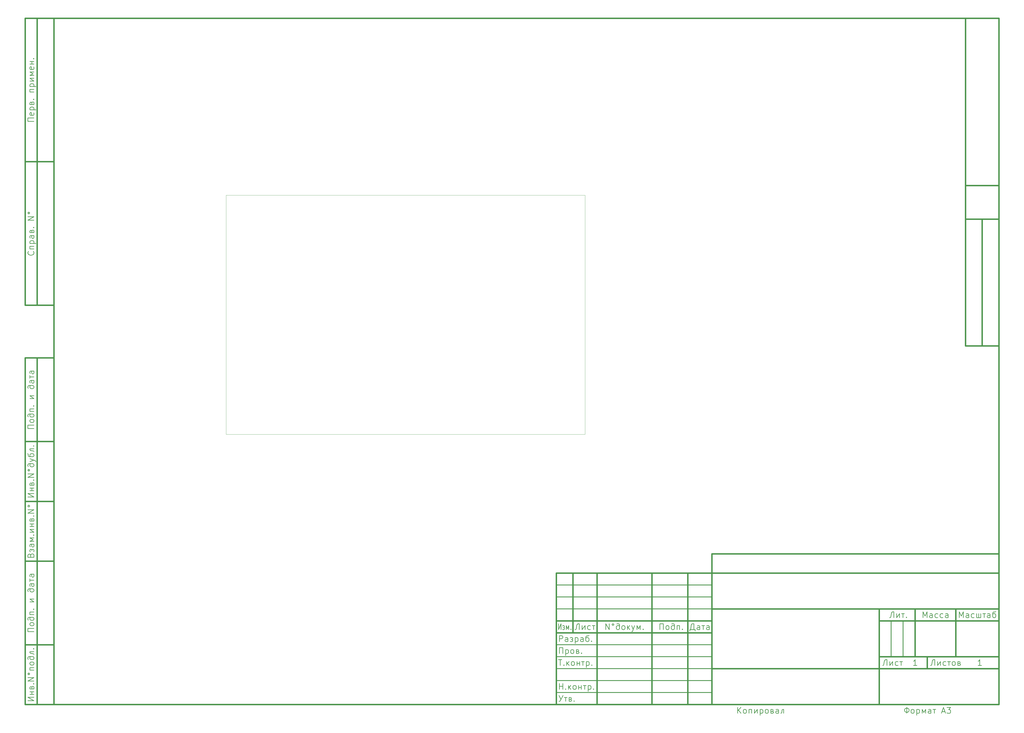
<source format=gbr>
%TF.GenerationSoftware,KiCad,Pcbnew,8.0.3*%
%TF.CreationDate,2024-08-26T14:09:18+03:00*%
%TF.ProjectId,pcb,7063622e-6b69-4636-9164-5f7063625858,rev?*%
%TF.SameCoordinates,Original*%
%TF.FileFunction,Profile,NP*%
%FSLAX46Y46*%
G04 Gerber Fmt 4.6, Leading zero omitted, Abs format (unit mm)*
G04 Created by KiCad (PCBNEW 8.0.3) date 2024-08-26 14:09:18*
%MOMM*%
%LPD*%
G01*
G04 APERTURE LIST*
%ADD10C,0.100000*%
%ADD11C,0.600000*%
%ADD12C,0.300000*%
%ADD13C,0.250000*%
%TA.AperFunction,Profile*%
%ADD14C,0.050000*%
%TD*%
G04 APERTURE END LIST*
D10*
D11*
X20000000Y-292002200D02*
X414989000Y-292002200D01*
X414989000Y-5000000D01*
X20000000Y-5000000D01*
X20000000Y-292002200D01*
D10*
D11*
X8000000Y-232002200D02*
X20000000Y-232002200D01*
D10*
D11*
X8000000Y-207002200D02*
X20000000Y-207002200D01*
D10*
D11*
X8000000Y-182002200D02*
X20000000Y-182002200D01*
D10*
D11*
X400989000Y-89000000D02*
X414989000Y-89000000D01*
D10*
D11*
X400989000Y-142000000D02*
X414989000Y-142000000D01*
D10*
D11*
X400989000Y-75000000D02*
X414989000Y-75000000D01*
D10*
D11*
X400989000Y-89000000D02*
X400989000Y-142000000D01*
D10*
D11*
X407989000Y-89000000D02*
X407989000Y-142000000D01*
D10*
D11*
X400989000Y-75000000D02*
X400989000Y-89000000D01*
D10*
D11*
X400989000Y-5000000D02*
X400989000Y-75000000D01*
D10*
D11*
X8000000Y-147002200D02*
X20000000Y-147002200D01*
D10*
D11*
X8000000Y-292002200D02*
X20000000Y-292002200D01*
D10*
D11*
X8000000Y-267002200D02*
X20000000Y-267002200D01*
D10*
D11*
X294989000Y-237002200D02*
X294989000Y-292002200D01*
D10*
D11*
X284989000Y-237002200D02*
X284989000Y-292002200D01*
D10*
D11*
X269989000Y-237002200D02*
X269989000Y-292002200D01*
D10*
D11*
X246989000Y-237002200D02*
X246989000Y-292002200D01*
D10*
D11*
X236989000Y-237002200D02*
X236989000Y-262002200D01*
D10*
D12*
X229989000Y-252002200D02*
X294989000Y-252002200D01*
D10*
D12*
X229989000Y-247002200D02*
X294989000Y-247002200D01*
D10*
D12*
X229989000Y-242002200D02*
X294989000Y-242002200D01*
D10*
D11*
X229989000Y-262002200D02*
X294989000Y-262002200D01*
D10*
D11*
X229989000Y-257002200D02*
X294989000Y-257002200D01*
D10*
D12*
X229989000Y-287002200D02*
X294989000Y-287002200D01*
D10*
D12*
X229989000Y-282002200D02*
X294989000Y-282002200D01*
D10*
D12*
X229989000Y-277002200D02*
X294989000Y-277002200D01*
D10*
D12*
X229989000Y-272002200D02*
X294989000Y-272002200D01*
D10*
D12*
X229989000Y-267002200D02*
X294989000Y-267002200D01*
D10*
D11*
X294989000Y-229002200D02*
X414989000Y-229002200D01*
D10*
D11*
X294989000Y-237002200D02*
X294989000Y-229002200D01*
D10*
D11*
X229989000Y-237002200D02*
X414989000Y-237002200D01*
D10*
D11*
X8000000Y-147002200D02*
X8000000Y-292002200D01*
D10*
D11*
X13000000Y-147002200D02*
X13000000Y-292002200D01*
D10*
D12*
X369989000Y-257002200D02*
X369989000Y-272002200D01*
D10*
D12*
X374989000Y-257002200D02*
X374989000Y-272002200D01*
D10*
D11*
X379989000Y-252002200D02*
X379989000Y-272002200D01*
D10*
D11*
X396989000Y-252002200D02*
X396989000Y-272002200D01*
D10*
D11*
X364989000Y-272002200D02*
X414989000Y-272002200D01*
D10*
D11*
X364989000Y-257002200D02*
X414989000Y-257002200D01*
D10*
D11*
X364989000Y-252002200D02*
X364989000Y-292002200D01*
D10*
D11*
X294989000Y-277002200D02*
X414989000Y-277002200D01*
D10*
D11*
X294989000Y-252002200D02*
X414989000Y-252002200D01*
D10*
D11*
X229989000Y-292002200D02*
X229989000Y-237002200D01*
D10*
D11*
X384989000Y-272002200D02*
X384989000Y-277002200D01*
D10*
D11*
X8000000Y-5002200D02*
X20000000Y-5002200D01*
D10*
D11*
X8000000Y-65002200D02*
X20000000Y-65002200D01*
D10*
D11*
X8000000Y-125002200D02*
X20000000Y-125002200D01*
D10*
D11*
X8000000Y-5002200D02*
X8000000Y-125002200D01*
D10*
D11*
X13000000Y-5002200D02*
X13000000Y-125002200D01*
D10*
D13*
X250691380Y-260645747D02*
X250691380Y-258145747D01*
X250691380Y-258145747D02*
X252119951Y-260645747D01*
X252119951Y-260645747D02*
X252119951Y-258145747D01*
X253667570Y-258145747D02*
X253429475Y-258264795D01*
X253429475Y-258264795D02*
X253310428Y-258502890D01*
X253310428Y-258502890D02*
X253429475Y-258740985D01*
X253429475Y-258740985D02*
X253667570Y-258860033D01*
X253667570Y-258860033D02*
X253905666Y-258740985D01*
X253905666Y-258740985D02*
X254024713Y-258502890D01*
X254024713Y-258502890D02*
X253905666Y-258264795D01*
X253905666Y-258264795D02*
X253667570Y-258145747D01*
X256405666Y-259217176D02*
X256286618Y-259098128D01*
X256286618Y-259098128D02*
X256048523Y-258979080D01*
X256048523Y-258979080D02*
X255572332Y-258979080D01*
X255572332Y-258979080D02*
X255334237Y-259098128D01*
X255334237Y-259098128D02*
X255215190Y-259217176D01*
X255215190Y-259217176D02*
X255096142Y-259455271D01*
X255096142Y-259455271D02*
X255096142Y-260169557D01*
X255096142Y-260169557D02*
X255215190Y-260407652D01*
X255215190Y-260407652D02*
X255334237Y-260526700D01*
X255334237Y-260526700D02*
X255572332Y-260645747D01*
X255572332Y-260645747D02*
X255929475Y-260645747D01*
X255929475Y-260645747D02*
X256167571Y-260526700D01*
X256167571Y-260526700D02*
X256286618Y-260407652D01*
X256286618Y-260407652D02*
X256405666Y-260169557D01*
X256405666Y-260169557D02*
X256405666Y-258621938D01*
X256405666Y-258621938D02*
X256286618Y-258383842D01*
X256286618Y-258383842D02*
X256167571Y-258264795D01*
X256167571Y-258264795D02*
X255929475Y-258145747D01*
X255929475Y-258145747D02*
X255453285Y-258145747D01*
X255453285Y-258145747D02*
X255215190Y-258264795D01*
X257834237Y-260645747D02*
X257596142Y-260526700D01*
X257596142Y-260526700D02*
X257477095Y-260407652D01*
X257477095Y-260407652D02*
X257358047Y-260169557D01*
X257358047Y-260169557D02*
X257358047Y-259455271D01*
X257358047Y-259455271D02*
X257477095Y-259217176D01*
X257477095Y-259217176D02*
X257596142Y-259098128D01*
X257596142Y-259098128D02*
X257834237Y-258979080D01*
X257834237Y-258979080D02*
X258191380Y-258979080D01*
X258191380Y-258979080D02*
X258429476Y-259098128D01*
X258429476Y-259098128D02*
X258548523Y-259217176D01*
X258548523Y-259217176D02*
X258667571Y-259455271D01*
X258667571Y-259455271D02*
X258667571Y-260169557D01*
X258667571Y-260169557D02*
X258548523Y-260407652D01*
X258548523Y-260407652D02*
X258429476Y-260526700D01*
X258429476Y-260526700D02*
X258191380Y-260645747D01*
X258191380Y-260645747D02*
X257834237Y-260645747D01*
X259739000Y-258979080D02*
X259739000Y-260645747D01*
X259977095Y-259693366D02*
X260691381Y-260645747D01*
X260691381Y-258979080D02*
X259739000Y-259931461D01*
X261524714Y-258979080D02*
X262119952Y-260645747D01*
X262715191Y-258979080D02*
X262119952Y-260645747D01*
X262119952Y-260645747D02*
X261881857Y-261240985D01*
X261881857Y-261240985D02*
X261762810Y-261360033D01*
X261762810Y-261360033D02*
X261524714Y-261479080D01*
X263667572Y-260645747D02*
X263667572Y-258979080D01*
X263667572Y-258979080D02*
X264381857Y-260288604D01*
X264381857Y-260288604D02*
X265096143Y-258979080D01*
X265096143Y-258979080D02*
X265096143Y-260645747D01*
X266286620Y-260407652D02*
X266405667Y-260526700D01*
X266405667Y-260526700D02*
X266286620Y-260645747D01*
X266286620Y-260645747D02*
X266167572Y-260526700D01*
X266167572Y-260526700D02*
X266286620Y-260407652D01*
X266286620Y-260407652D02*
X266286620Y-260645747D01*
D10*
D13*
X10334023Y-229561723D02*
X10453071Y-229204580D01*
X10453071Y-229204580D02*
X10572119Y-229085533D01*
X10572119Y-229085533D02*
X10810214Y-228966485D01*
X10810214Y-228966485D02*
X11167357Y-228966485D01*
X11167357Y-228966485D02*
X11405452Y-229085533D01*
X11405452Y-229085533D02*
X11524500Y-229204580D01*
X11524500Y-229204580D02*
X11643547Y-229442675D01*
X11643547Y-229442675D02*
X11643547Y-230395056D01*
X11643547Y-230395056D02*
X9143547Y-230395056D01*
X9143547Y-230395056D02*
X9143547Y-229561723D01*
X9143547Y-229561723D02*
X9262595Y-229323628D01*
X9262595Y-229323628D02*
X9381642Y-229204580D01*
X9381642Y-229204580D02*
X9619738Y-229085533D01*
X9619738Y-229085533D02*
X9857833Y-229085533D01*
X9857833Y-229085533D02*
X10095928Y-229204580D01*
X10095928Y-229204580D02*
X10214976Y-229323628D01*
X10214976Y-229323628D02*
X10334023Y-229561723D01*
X10334023Y-229561723D02*
X10334023Y-230395056D01*
X10810214Y-227656961D02*
X10810214Y-227418866D01*
X10095928Y-228133152D02*
X9976880Y-227895056D01*
X9976880Y-227895056D02*
X9976880Y-227418866D01*
X9976880Y-227418866D02*
X10095928Y-227180771D01*
X10095928Y-227180771D02*
X10334023Y-227061723D01*
X10334023Y-227061723D02*
X10453071Y-227061723D01*
X10453071Y-227061723D02*
X10691166Y-227180771D01*
X10691166Y-227180771D02*
X10810214Y-227418866D01*
X10810214Y-227418866D02*
X10929261Y-227180771D01*
X10929261Y-227180771D02*
X11167357Y-227061723D01*
X11167357Y-227061723D02*
X11286404Y-227061723D01*
X11286404Y-227061723D02*
X11524500Y-227180771D01*
X11524500Y-227180771D02*
X11643547Y-227418866D01*
X11643547Y-227418866D02*
X11643547Y-227895056D01*
X11643547Y-227895056D02*
X11524500Y-228133152D01*
X11643547Y-224918866D02*
X10334023Y-224918866D01*
X10334023Y-224918866D02*
X10095928Y-225037913D01*
X10095928Y-225037913D02*
X9976880Y-225276009D01*
X9976880Y-225276009D02*
X9976880Y-225752199D01*
X9976880Y-225752199D02*
X10095928Y-225990294D01*
X11524500Y-224918866D02*
X11643547Y-225156961D01*
X11643547Y-225156961D02*
X11643547Y-225752199D01*
X11643547Y-225752199D02*
X11524500Y-225990294D01*
X11524500Y-225990294D02*
X11286404Y-226109342D01*
X11286404Y-226109342D02*
X11048309Y-226109342D01*
X11048309Y-226109342D02*
X10810214Y-225990294D01*
X10810214Y-225990294D02*
X10691166Y-225752199D01*
X10691166Y-225752199D02*
X10691166Y-225156961D01*
X10691166Y-225156961D02*
X10572119Y-224918866D01*
X11643547Y-223728389D02*
X9976880Y-223728389D01*
X9976880Y-223728389D02*
X11286404Y-223014104D01*
X11286404Y-223014104D02*
X9976880Y-222299818D01*
X9976880Y-222299818D02*
X11643547Y-222299818D01*
X11405452Y-221109341D02*
X11524500Y-220990294D01*
X11524500Y-220990294D02*
X11643547Y-221109341D01*
X11643547Y-221109341D02*
X11524500Y-221228389D01*
X11524500Y-221228389D02*
X11405452Y-221109341D01*
X11405452Y-221109341D02*
X11643547Y-221109341D01*
X9976880Y-219918865D02*
X11643547Y-219918865D01*
X11643547Y-219918865D02*
X9976880Y-218728389D01*
X9976880Y-218728389D02*
X11643547Y-218728389D01*
X10810214Y-217537913D02*
X10810214Y-216466485D01*
X9976880Y-217537913D02*
X11643547Y-217537913D01*
X9976880Y-216466485D02*
X11643547Y-216466485D01*
X10810214Y-214680770D02*
X10929261Y-214323627D01*
X10929261Y-214323627D02*
X11167357Y-214204580D01*
X11167357Y-214204580D02*
X11286404Y-214204580D01*
X11286404Y-214204580D02*
X11524500Y-214323627D01*
X11524500Y-214323627D02*
X11643547Y-214561723D01*
X11643547Y-214561723D02*
X11643547Y-215276008D01*
X11643547Y-215276008D02*
X9976880Y-215276008D01*
X9976880Y-215276008D02*
X9976880Y-214680770D01*
X9976880Y-214680770D02*
X10095928Y-214442675D01*
X10095928Y-214442675D02*
X10334023Y-214323627D01*
X10334023Y-214323627D02*
X10453071Y-214323627D01*
X10453071Y-214323627D02*
X10691166Y-214442675D01*
X10691166Y-214442675D02*
X10810214Y-214680770D01*
X10810214Y-214680770D02*
X10810214Y-215276008D01*
X11405452Y-213133151D02*
X11524500Y-213014104D01*
X11524500Y-213014104D02*
X11643547Y-213133151D01*
X11643547Y-213133151D02*
X11524500Y-213252199D01*
X11524500Y-213252199D02*
X11405452Y-213133151D01*
X11405452Y-213133151D02*
X11643547Y-213133151D01*
X11643547Y-211942675D02*
X9143547Y-211942675D01*
X9143547Y-211942675D02*
X11643547Y-210514104D01*
X11643547Y-210514104D02*
X9143547Y-210514104D01*
X9143547Y-208966485D02*
X9262595Y-209204580D01*
X9262595Y-209204580D02*
X9500690Y-209323627D01*
X9500690Y-209323627D02*
X9738785Y-209204580D01*
X9738785Y-209204580D02*
X9857833Y-208966485D01*
X9857833Y-208966485D02*
X9738785Y-208728389D01*
X9738785Y-208728389D02*
X9500690Y-208609342D01*
X9500690Y-208609342D02*
X9262595Y-208728389D01*
X9262595Y-208728389D02*
X9143547Y-208966485D01*
D10*
D13*
X287965190Y-261240985D02*
X287965190Y-260645747D01*
X287965190Y-260645747D02*
X285822332Y-260645747D01*
X285822332Y-260645747D02*
X285822332Y-261240985D01*
X287488999Y-260645747D02*
X287488999Y-258145747D01*
X287488999Y-258145747D02*
X286893761Y-258145747D01*
X286893761Y-258145747D02*
X286655666Y-258264795D01*
X286655666Y-258264795D02*
X286536618Y-258383842D01*
X286536618Y-258383842D02*
X286417570Y-258621938D01*
X286417570Y-258621938D02*
X286179475Y-260645747D01*
X289988999Y-260645747D02*
X289988999Y-259336223D01*
X289988999Y-259336223D02*
X289869952Y-259098128D01*
X289869952Y-259098128D02*
X289631856Y-258979080D01*
X289631856Y-258979080D02*
X289155666Y-258979080D01*
X289155666Y-258979080D02*
X288917571Y-259098128D01*
X289988999Y-260526700D02*
X289750904Y-260645747D01*
X289750904Y-260645747D02*
X289155666Y-260645747D01*
X289155666Y-260645747D02*
X288917571Y-260526700D01*
X288917571Y-260526700D02*
X288798523Y-260288604D01*
X288798523Y-260288604D02*
X288798523Y-260050509D01*
X288798523Y-260050509D02*
X288917571Y-259812414D01*
X288917571Y-259812414D02*
X289155666Y-259693366D01*
X289155666Y-259693366D02*
X289750904Y-259693366D01*
X289750904Y-259693366D02*
X289988999Y-259574319D01*
X290822333Y-258979080D02*
X292012809Y-258979080D01*
X291417571Y-258979080D02*
X291417571Y-260645747D01*
X293917571Y-260645747D02*
X293917571Y-259336223D01*
X293917571Y-259336223D02*
X293798524Y-259098128D01*
X293798524Y-259098128D02*
X293560428Y-258979080D01*
X293560428Y-258979080D02*
X293084238Y-258979080D01*
X293084238Y-258979080D02*
X292846143Y-259098128D01*
X293917571Y-260526700D02*
X293679476Y-260645747D01*
X293679476Y-260645747D02*
X293084238Y-260645747D01*
X293084238Y-260645747D02*
X292846143Y-260526700D01*
X292846143Y-260526700D02*
X292727095Y-260288604D01*
X292727095Y-260288604D02*
X292727095Y-260050509D01*
X292727095Y-260050509D02*
X292846143Y-259812414D01*
X292846143Y-259812414D02*
X293084238Y-259693366D01*
X293084238Y-259693366D02*
X293679476Y-259693366D01*
X293679476Y-259693366D02*
X293917571Y-259574319D01*
D10*
D13*
X230909634Y-258145747D02*
X230909634Y-260645747D01*
X230909634Y-260645747D02*
X231941380Y-258145747D01*
X231941380Y-258145747D02*
X231941380Y-260645747D01*
X232973127Y-259812414D02*
X233145084Y-259812414D01*
X232629211Y-259098128D02*
X232801169Y-258979080D01*
X232801169Y-258979080D02*
X233145084Y-258979080D01*
X233145084Y-258979080D02*
X233317042Y-259098128D01*
X233317042Y-259098128D02*
X233403021Y-259336223D01*
X233403021Y-259336223D02*
X233403021Y-259455271D01*
X233403021Y-259455271D02*
X233317042Y-259693366D01*
X233317042Y-259693366D02*
X233145084Y-259812414D01*
X233145084Y-259812414D02*
X233317042Y-259931461D01*
X233317042Y-259931461D02*
X233403021Y-260169557D01*
X233403021Y-260169557D02*
X233403021Y-260288604D01*
X233403021Y-260288604D02*
X233317042Y-260526700D01*
X233317042Y-260526700D02*
X233145084Y-260645747D01*
X233145084Y-260645747D02*
X232801169Y-260645747D01*
X232801169Y-260645747D02*
X232629211Y-260526700D01*
X234176831Y-260645747D02*
X234176831Y-258979080D01*
X234176831Y-258979080D02*
X234692704Y-260288604D01*
X234692704Y-260288604D02*
X235208577Y-258979080D01*
X235208577Y-258979080D02*
X235208577Y-260645747D01*
X236068366Y-260407652D02*
X236154345Y-260526700D01*
X236154345Y-260526700D02*
X236068366Y-260645747D01*
X236068366Y-260645747D02*
X235982387Y-260526700D01*
X235982387Y-260526700D02*
X236068366Y-260407652D01*
X236068366Y-260407652D02*
X236068366Y-260645747D01*
D10*
D13*
X9143547Y-205156961D02*
X11643547Y-205156961D01*
X11643547Y-205156961D02*
X9143547Y-203728390D01*
X9143547Y-203728390D02*
X11643547Y-203728390D01*
X10810214Y-202537913D02*
X10810214Y-201466485D01*
X9976880Y-202537913D02*
X11643547Y-202537913D01*
X9976880Y-201466485D02*
X11643547Y-201466485D01*
X10810214Y-199680770D02*
X10929261Y-199323627D01*
X10929261Y-199323627D02*
X11167357Y-199204580D01*
X11167357Y-199204580D02*
X11286404Y-199204580D01*
X11286404Y-199204580D02*
X11524500Y-199323627D01*
X11524500Y-199323627D02*
X11643547Y-199561723D01*
X11643547Y-199561723D02*
X11643547Y-200276008D01*
X11643547Y-200276008D02*
X9976880Y-200276008D01*
X9976880Y-200276008D02*
X9976880Y-199680770D01*
X9976880Y-199680770D02*
X10095928Y-199442675D01*
X10095928Y-199442675D02*
X10334023Y-199323627D01*
X10334023Y-199323627D02*
X10453071Y-199323627D01*
X10453071Y-199323627D02*
X10691166Y-199442675D01*
X10691166Y-199442675D02*
X10810214Y-199680770D01*
X10810214Y-199680770D02*
X10810214Y-200276008D01*
X11405452Y-198133151D02*
X11524500Y-198014104D01*
X11524500Y-198014104D02*
X11643547Y-198133151D01*
X11643547Y-198133151D02*
X11524500Y-198252199D01*
X11524500Y-198252199D02*
X11405452Y-198133151D01*
X11405452Y-198133151D02*
X11643547Y-198133151D01*
X11643547Y-196942675D02*
X9143547Y-196942675D01*
X9143547Y-196942675D02*
X11643547Y-195514104D01*
X11643547Y-195514104D02*
X9143547Y-195514104D01*
X9143547Y-193966485D02*
X9262595Y-194204580D01*
X9262595Y-194204580D02*
X9500690Y-194323627D01*
X9500690Y-194323627D02*
X9738785Y-194204580D01*
X9738785Y-194204580D02*
X9857833Y-193966485D01*
X9857833Y-193966485D02*
X9738785Y-193728389D01*
X9738785Y-193728389D02*
X9500690Y-193609342D01*
X9500690Y-193609342D02*
X9262595Y-193728389D01*
X9262595Y-193728389D02*
X9143547Y-193966485D01*
X10214976Y-191228389D02*
X10095928Y-191347437D01*
X10095928Y-191347437D02*
X9976880Y-191585532D01*
X9976880Y-191585532D02*
X9976880Y-192061723D01*
X9976880Y-192061723D02*
X10095928Y-192299818D01*
X10095928Y-192299818D02*
X10214976Y-192418865D01*
X10214976Y-192418865D02*
X10453071Y-192537913D01*
X10453071Y-192537913D02*
X11167357Y-192537913D01*
X11167357Y-192537913D02*
X11405452Y-192418865D01*
X11405452Y-192418865D02*
X11524500Y-192299818D01*
X11524500Y-192299818D02*
X11643547Y-192061723D01*
X11643547Y-192061723D02*
X11643547Y-191704580D01*
X11643547Y-191704580D02*
X11524500Y-191466484D01*
X11524500Y-191466484D02*
X11405452Y-191347437D01*
X11405452Y-191347437D02*
X11167357Y-191228389D01*
X11167357Y-191228389D02*
X9619738Y-191228389D01*
X9619738Y-191228389D02*
X9381642Y-191347437D01*
X9381642Y-191347437D02*
X9262595Y-191466484D01*
X9262595Y-191466484D02*
X9143547Y-191704580D01*
X9143547Y-191704580D02*
X9143547Y-192180770D01*
X9143547Y-192180770D02*
X9262595Y-192418865D01*
X9976880Y-190395056D02*
X11643547Y-189799818D01*
X9976880Y-189204579D02*
X11643547Y-189799818D01*
X11643547Y-189799818D02*
X12238785Y-190037913D01*
X12238785Y-190037913D02*
X12357833Y-190156960D01*
X12357833Y-190156960D02*
X12476880Y-190395056D01*
X9024500Y-187061722D02*
X9143547Y-187180770D01*
X9143547Y-187180770D02*
X9262595Y-187418865D01*
X9262595Y-187418865D02*
X9262595Y-187895056D01*
X9262595Y-187895056D02*
X9381642Y-188133151D01*
X9381642Y-188133151D02*
X9500690Y-188252198D01*
X9500690Y-188252198D02*
X9738785Y-188371246D01*
X9738785Y-188371246D02*
X11167357Y-188371246D01*
X11167357Y-188371246D02*
X11405452Y-188252198D01*
X11405452Y-188252198D02*
X11524500Y-188133151D01*
X11524500Y-188133151D02*
X11643547Y-187895056D01*
X11643547Y-187895056D02*
X11643547Y-187537913D01*
X11643547Y-187537913D02*
X11524500Y-187299817D01*
X11524500Y-187299817D02*
X11405452Y-187180770D01*
X11405452Y-187180770D02*
X11167357Y-187061722D01*
X11167357Y-187061722D02*
X10453071Y-187061722D01*
X10453071Y-187061722D02*
X10214976Y-187180770D01*
X10214976Y-187180770D02*
X10095928Y-187299817D01*
X10095928Y-187299817D02*
X9976880Y-187537913D01*
X9976880Y-187537913D02*
X9976880Y-188014103D01*
X9976880Y-188014103D02*
X10095928Y-188252198D01*
X10095928Y-188252198D02*
X10214976Y-188371246D01*
X11643547Y-185037912D02*
X9976880Y-185037912D01*
X9976880Y-185037912D02*
X9976880Y-185395055D01*
X9976880Y-185395055D02*
X10095928Y-185633151D01*
X10095928Y-185633151D02*
X10334023Y-185752198D01*
X10334023Y-185752198D02*
X11286404Y-185871246D01*
X11286404Y-185871246D02*
X11524500Y-185990293D01*
X11524500Y-185990293D02*
X11643547Y-186228389D01*
X11405452Y-183847436D02*
X11524500Y-183728389D01*
X11524500Y-183728389D02*
X11643547Y-183847436D01*
X11643547Y-183847436D02*
X11524500Y-183966484D01*
X11524500Y-183966484D02*
X11405452Y-183847436D01*
X11405452Y-183847436D02*
X11643547Y-183847436D01*
D10*
D13*
X9143547Y-290335533D02*
X11643547Y-290335533D01*
X11643547Y-290335533D02*
X9143547Y-288906962D01*
X9143547Y-288906962D02*
X11643547Y-288906962D01*
X10810214Y-287716485D02*
X10810214Y-286645057D01*
X9976880Y-287716485D02*
X11643547Y-287716485D01*
X9976880Y-286645057D02*
X11643547Y-286645057D01*
X10810214Y-284859342D02*
X10929261Y-284502199D01*
X10929261Y-284502199D02*
X11167357Y-284383152D01*
X11167357Y-284383152D02*
X11286404Y-284383152D01*
X11286404Y-284383152D02*
X11524500Y-284502199D01*
X11524500Y-284502199D02*
X11643547Y-284740295D01*
X11643547Y-284740295D02*
X11643547Y-285454580D01*
X11643547Y-285454580D02*
X9976880Y-285454580D01*
X9976880Y-285454580D02*
X9976880Y-284859342D01*
X9976880Y-284859342D02*
X10095928Y-284621247D01*
X10095928Y-284621247D02*
X10334023Y-284502199D01*
X10334023Y-284502199D02*
X10453071Y-284502199D01*
X10453071Y-284502199D02*
X10691166Y-284621247D01*
X10691166Y-284621247D02*
X10810214Y-284859342D01*
X10810214Y-284859342D02*
X10810214Y-285454580D01*
X11405452Y-283311723D02*
X11524500Y-283192676D01*
X11524500Y-283192676D02*
X11643547Y-283311723D01*
X11643547Y-283311723D02*
X11524500Y-283430771D01*
X11524500Y-283430771D02*
X11405452Y-283311723D01*
X11405452Y-283311723D02*
X11643547Y-283311723D01*
X11643547Y-282121247D02*
X9143547Y-282121247D01*
X9143547Y-282121247D02*
X11643547Y-280692676D01*
X11643547Y-280692676D02*
X9143547Y-280692676D01*
X9143547Y-279145057D02*
X9262595Y-279383152D01*
X9262595Y-279383152D02*
X9500690Y-279502199D01*
X9500690Y-279502199D02*
X9738785Y-279383152D01*
X9738785Y-279383152D02*
X9857833Y-279145057D01*
X9857833Y-279145057D02*
X9738785Y-278906961D01*
X9738785Y-278906961D02*
X9500690Y-278787914D01*
X9500690Y-278787914D02*
X9262595Y-278906961D01*
X9262595Y-278906961D02*
X9143547Y-279145057D01*
X11643547Y-277597437D02*
X9976880Y-277597437D01*
X9976880Y-277597437D02*
X9976880Y-276526009D01*
X9976880Y-276526009D02*
X11643547Y-276526009D01*
X11643547Y-274978390D02*
X11524500Y-275216485D01*
X11524500Y-275216485D02*
X11405452Y-275335532D01*
X11405452Y-275335532D02*
X11167357Y-275454580D01*
X11167357Y-275454580D02*
X10453071Y-275454580D01*
X10453071Y-275454580D02*
X10214976Y-275335532D01*
X10214976Y-275335532D02*
X10095928Y-275216485D01*
X10095928Y-275216485D02*
X9976880Y-274978390D01*
X9976880Y-274978390D02*
X9976880Y-274621247D01*
X9976880Y-274621247D02*
X10095928Y-274383151D01*
X10095928Y-274383151D02*
X10214976Y-274264104D01*
X10214976Y-274264104D02*
X10453071Y-274145056D01*
X10453071Y-274145056D02*
X11167357Y-274145056D01*
X11167357Y-274145056D02*
X11405452Y-274264104D01*
X11405452Y-274264104D02*
X11524500Y-274383151D01*
X11524500Y-274383151D02*
X11643547Y-274621247D01*
X11643547Y-274621247D02*
X11643547Y-274978390D01*
X10214976Y-271883151D02*
X10095928Y-272002199D01*
X10095928Y-272002199D02*
X9976880Y-272240294D01*
X9976880Y-272240294D02*
X9976880Y-272716485D01*
X9976880Y-272716485D02*
X10095928Y-272954580D01*
X10095928Y-272954580D02*
X10214976Y-273073627D01*
X10214976Y-273073627D02*
X10453071Y-273192675D01*
X10453071Y-273192675D02*
X11167357Y-273192675D01*
X11167357Y-273192675D02*
X11405452Y-273073627D01*
X11405452Y-273073627D02*
X11524500Y-272954580D01*
X11524500Y-272954580D02*
X11643547Y-272716485D01*
X11643547Y-272716485D02*
X11643547Y-272359342D01*
X11643547Y-272359342D02*
X11524500Y-272121246D01*
X11524500Y-272121246D02*
X11405452Y-272002199D01*
X11405452Y-272002199D02*
X11167357Y-271883151D01*
X11167357Y-271883151D02*
X9619738Y-271883151D01*
X9619738Y-271883151D02*
X9381642Y-272002199D01*
X9381642Y-272002199D02*
X9262595Y-272121246D01*
X9262595Y-272121246D02*
X9143547Y-272359342D01*
X9143547Y-272359342D02*
X9143547Y-272835532D01*
X9143547Y-272835532D02*
X9262595Y-273073627D01*
X11643547Y-269859341D02*
X9976880Y-269859341D01*
X9976880Y-269859341D02*
X9976880Y-270216484D01*
X9976880Y-270216484D02*
X10095928Y-270454580D01*
X10095928Y-270454580D02*
X10334023Y-270573627D01*
X10334023Y-270573627D02*
X11286404Y-270692675D01*
X11286404Y-270692675D02*
X11524500Y-270811722D01*
X11524500Y-270811722D02*
X11643547Y-271049818D01*
X11405452Y-268668865D02*
X11524500Y-268549818D01*
X11524500Y-268549818D02*
X11643547Y-268668865D01*
X11643547Y-268668865D02*
X11524500Y-268787913D01*
X11524500Y-268787913D02*
X11405452Y-268668865D01*
X11405452Y-268668865D02*
X11643547Y-268668865D01*
D10*
D13*
X305748711Y-295645747D02*
X305748711Y-293145747D01*
X307177282Y-295645747D02*
X306105853Y-294217176D01*
X307177282Y-293145747D02*
X305748711Y-294574319D01*
X308605853Y-295645747D02*
X308367758Y-295526700D01*
X308367758Y-295526700D02*
X308248711Y-295407652D01*
X308248711Y-295407652D02*
X308129663Y-295169557D01*
X308129663Y-295169557D02*
X308129663Y-294455271D01*
X308129663Y-294455271D02*
X308248711Y-294217176D01*
X308248711Y-294217176D02*
X308367758Y-294098128D01*
X308367758Y-294098128D02*
X308605853Y-293979080D01*
X308605853Y-293979080D02*
X308962996Y-293979080D01*
X308962996Y-293979080D02*
X309201092Y-294098128D01*
X309201092Y-294098128D02*
X309320139Y-294217176D01*
X309320139Y-294217176D02*
X309439187Y-294455271D01*
X309439187Y-294455271D02*
X309439187Y-295169557D01*
X309439187Y-295169557D02*
X309320139Y-295407652D01*
X309320139Y-295407652D02*
X309201092Y-295526700D01*
X309201092Y-295526700D02*
X308962996Y-295645747D01*
X308962996Y-295645747D02*
X308605853Y-295645747D01*
X310510616Y-295645747D02*
X310510616Y-293979080D01*
X310510616Y-293979080D02*
X311582044Y-293979080D01*
X311582044Y-293979080D02*
X311582044Y-295645747D01*
X312772521Y-293979080D02*
X312772521Y-295645747D01*
X312772521Y-295645747D02*
X313962997Y-293979080D01*
X313962997Y-293979080D02*
X313962997Y-295645747D01*
X315153473Y-293979080D02*
X315153473Y-296479080D01*
X315153473Y-294098128D02*
X315391568Y-293979080D01*
X315391568Y-293979080D02*
X315867758Y-293979080D01*
X315867758Y-293979080D02*
X316105854Y-294098128D01*
X316105854Y-294098128D02*
X316224901Y-294217176D01*
X316224901Y-294217176D02*
X316343949Y-294455271D01*
X316343949Y-294455271D02*
X316343949Y-295169557D01*
X316343949Y-295169557D02*
X316224901Y-295407652D01*
X316224901Y-295407652D02*
X316105854Y-295526700D01*
X316105854Y-295526700D02*
X315867758Y-295645747D01*
X315867758Y-295645747D02*
X315391568Y-295645747D01*
X315391568Y-295645747D02*
X315153473Y-295526700D01*
X317772520Y-295645747D02*
X317534425Y-295526700D01*
X317534425Y-295526700D02*
X317415378Y-295407652D01*
X317415378Y-295407652D02*
X317296330Y-295169557D01*
X317296330Y-295169557D02*
X317296330Y-294455271D01*
X317296330Y-294455271D02*
X317415378Y-294217176D01*
X317415378Y-294217176D02*
X317534425Y-294098128D01*
X317534425Y-294098128D02*
X317772520Y-293979080D01*
X317772520Y-293979080D02*
X318129663Y-293979080D01*
X318129663Y-293979080D02*
X318367759Y-294098128D01*
X318367759Y-294098128D02*
X318486806Y-294217176D01*
X318486806Y-294217176D02*
X318605854Y-294455271D01*
X318605854Y-294455271D02*
X318605854Y-295169557D01*
X318605854Y-295169557D02*
X318486806Y-295407652D01*
X318486806Y-295407652D02*
X318367759Y-295526700D01*
X318367759Y-295526700D02*
X318129663Y-295645747D01*
X318129663Y-295645747D02*
X317772520Y-295645747D01*
X320272521Y-294812414D02*
X320629664Y-294931461D01*
X320629664Y-294931461D02*
X320748711Y-295169557D01*
X320748711Y-295169557D02*
X320748711Y-295288604D01*
X320748711Y-295288604D02*
X320629664Y-295526700D01*
X320629664Y-295526700D02*
X320391568Y-295645747D01*
X320391568Y-295645747D02*
X319677283Y-295645747D01*
X319677283Y-295645747D02*
X319677283Y-293979080D01*
X319677283Y-293979080D02*
X320272521Y-293979080D01*
X320272521Y-293979080D02*
X320510616Y-294098128D01*
X320510616Y-294098128D02*
X320629664Y-294336223D01*
X320629664Y-294336223D02*
X320629664Y-294455271D01*
X320629664Y-294455271D02*
X320510616Y-294693366D01*
X320510616Y-294693366D02*
X320272521Y-294812414D01*
X320272521Y-294812414D02*
X319677283Y-294812414D01*
X322891568Y-295645747D02*
X322891568Y-294336223D01*
X322891568Y-294336223D02*
X322772521Y-294098128D01*
X322772521Y-294098128D02*
X322534425Y-293979080D01*
X322534425Y-293979080D02*
X322058235Y-293979080D01*
X322058235Y-293979080D02*
X321820140Y-294098128D01*
X322891568Y-295526700D02*
X322653473Y-295645747D01*
X322653473Y-295645747D02*
X322058235Y-295645747D01*
X322058235Y-295645747D02*
X321820140Y-295526700D01*
X321820140Y-295526700D02*
X321701092Y-295288604D01*
X321701092Y-295288604D02*
X321701092Y-295050509D01*
X321701092Y-295050509D02*
X321820140Y-294812414D01*
X321820140Y-294812414D02*
X322058235Y-294693366D01*
X322058235Y-294693366D02*
X322653473Y-294693366D01*
X322653473Y-294693366D02*
X322891568Y-294574319D01*
X325034426Y-295645747D02*
X325034426Y-293979080D01*
X325034426Y-293979080D02*
X324677283Y-293979080D01*
X324677283Y-293979080D02*
X324439187Y-294098128D01*
X324439187Y-294098128D02*
X324320140Y-294336223D01*
X324320140Y-294336223D02*
X324201092Y-295288604D01*
X324201092Y-295288604D02*
X324082045Y-295526700D01*
X324082045Y-295526700D02*
X323843949Y-295645747D01*
D10*
D13*
X368177282Y-275645747D02*
X368177282Y-273145747D01*
X368177282Y-273145747D02*
X367820139Y-273145747D01*
X367820139Y-273145747D02*
X367462996Y-273264795D01*
X367462996Y-273264795D02*
X367224901Y-273502890D01*
X367224901Y-273502890D02*
X367105853Y-273860033D01*
X367105853Y-273860033D02*
X366867758Y-275288604D01*
X366867758Y-275288604D02*
X366748711Y-275526700D01*
X366748711Y-275526700D02*
X366510615Y-275645747D01*
X366510615Y-275645747D02*
X366391568Y-275645747D01*
X369367759Y-273979080D02*
X369367759Y-275645747D01*
X369367759Y-275645747D02*
X370558235Y-273979080D01*
X370558235Y-273979080D02*
X370558235Y-275645747D01*
X372820139Y-275526700D02*
X372582044Y-275645747D01*
X372582044Y-275645747D02*
X372105853Y-275645747D01*
X372105853Y-275645747D02*
X371867758Y-275526700D01*
X371867758Y-275526700D02*
X371748711Y-275407652D01*
X371748711Y-275407652D02*
X371629663Y-275169557D01*
X371629663Y-275169557D02*
X371629663Y-274455271D01*
X371629663Y-274455271D02*
X371748711Y-274217176D01*
X371748711Y-274217176D02*
X371867758Y-274098128D01*
X371867758Y-274098128D02*
X372105853Y-273979080D01*
X372105853Y-273979080D02*
X372582044Y-273979080D01*
X372582044Y-273979080D02*
X372820139Y-274098128D01*
X373534425Y-273979080D02*
X374724901Y-273979080D01*
X374129663Y-273979080D02*
X374129663Y-275645747D01*
D10*
D13*
X239608047Y-260645747D02*
X239608047Y-258145747D01*
X239608047Y-258145747D02*
X239250904Y-258145747D01*
X239250904Y-258145747D02*
X238893761Y-258264795D01*
X238893761Y-258264795D02*
X238655666Y-258502890D01*
X238655666Y-258502890D02*
X238536618Y-258860033D01*
X238536618Y-258860033D02*
X238298523Y-260288604D01*
X238298523Y-260288604D02*
X238179476Y-260526700D01*
X238179476Y-260526700D02*
X237941380Y-260645747D01*
X237941380Y-260645747D02*
X237822333Y-260645747D01*
X240798524Y-258979080D02*
X240798524Y-260645747D01*
X240798524Y-260645747D02*
X241989000Y-258979080D01*
X241989000Y-258979080D02*
X241989000Y-260645747D01*
X244250904Y-260526700D02*
X244012809Y-260645747D01*
X244012809Y-260645747D02*
X243536618Y-260645747D01*
X243536618Y-260645747D02*
X243298523Y-260526700D01*
X243298523Y-260526700D02*
X243179476Y-260407652D01*
X243179476Y-260407652D02*
X243060428Y-260169557D01*
X243060428Y-260169557D02*
X243060428Y-259455271D01*
X243060428Y-259455271D02*
X243179476Y-259217176D01*
X243179476Y-259217176D02*
X243298523Y-259098128D01*
X243298523Y-259098128D02*
X243536618Y-258979080D01*
X243536618Y-258979080D02*
X244012809Y-258979080D01*
X244012809Y-258979080D02*
X244250904Y-259098128D01*
X244965190Y-258979080D02*
X246155666Y-258979080D01*
X245560428Y-258979080D02*
X245560428Y-260645747D01*
D10*
D13*
X388177282Y-275645747D02*
X388177282Y-273145747D01*
X388177282Y-273145747D02*
X387820139Y-273145747D01*
X387820139Y-273145747D02*
X387462996Y-273264795D01*
X387462996Y-273264795D02*
X387224901Y-273502890D01*
X387224901Y-273502890D02*
X387105853Y-273860033D01*
X387105853Y-273860033D02*
X386867758Y-275288604D01*
X386867758Y-275288604D02*
X386748711Y-275526700D01*
X386748711Y-275526700D02*
X386510615Y-275645747D01*
X386510615Y-275645747D02*
X386391568Y-275645747D01*
X389367759Y-273979080D02*
X389367759Y-275645747D01*
X389367759Y-275645747D02*
X390558235Y-273979080D01*
X390558235Y-273979080D02*
X390558235Y-275645747D01*
X392820139Y-275526700D02*
X392582044Y-275645747D01*
X392582044Y-275645747D02*
X392105853Y-275645747D01*
X392105853Y-275645747D02*
X391867758Y-275526700D01*
X391867758Y-275526700D02*
X391748711Y-275407652D01*
X391748711Y-275407652D02*
X391629663Y-275169557D01*
X391629663Y-275169557D02*
X391629663Y-274455271D01*
X391629663Y-274455271D02*
X391748711Y-274217176D01*
X391748711Y-274217176D02*
X391867758Y-274098128D01*
X391867758Y-274098128D02*
X392105853Y-273979080D01*
X392105853Y-273979080D02*
X392582044Y-273979080D01*
X392582044Y-273979080D02*
X392820139Y-274098128D01*
X393534425Y-273979080D02*
X394724901Y-273979080D01*
X394129663Y-273979080D02*
X394129663Y-275645747D01*
X395915377Y-275645747D02*
X395677282Y-275526700D01*
X395677282Y-275526700D02*
X395558235Y-275407652D01*
X395558235Y-275407652D02*
X395439187Y-275169557D01*
X395439187Y-275169557D02*
X395439187Y-274455271D01*
X395439187Y-274455271D02*
X395558235Y-274217176D01*
X395558235Y-274217176D02*
X395677282Y-274098128D01*
X395677282Y-274098128D02*
X395915377Y-273979080D01*
X395915377Y-273979080D02*
X396272520Y-273979080D01*
X396272520Y-273979080D02*
X396510616Y-274098128D01*
X396510616Y-274098128D02*
X396629663Y-274217176D01*
X396629663Y-274217176D02*
X396748711Y-274455271D01*
X396748711Y-274455271D02*
X396748711Y-275169557D01*
X396748711Y-275169557D02*
X396629663Y-275407652D01*
X396629663Y-275407652D02*
X396510616Y-275526700D01*
X396510616Y-275526700D02*
X396272520Y-275645747D01*
X396272520Y-275645747D02*
X395915377Y-275645747D01*
X398415378Y-274812414D02*
X398772521Y-274931461D01*
X398772521Y-274931461D02*
X398891568Y-275169557D01*
X398891568Y-275169557D02*
X398891568Y-275288604D01*
X398891568Y-275288604D02*
X398772521Y-275526700D01*
X398772521Y-275526700D02*
X398534425Y-275645747D01*
X398534425Y-275645747D02*
X397820140Y-275645747D01*
X397820140Y-275645747D02*
X397820140Y-273979080D01*
X397820140Y-273979080D02*
X398415378Y-273979080D01*
X398415378Y-273979080D02*
X398653473Y-274098128D01*
X398653473Y-274098128D02*
X398772521Y-274336223D01*
X398772521Y-274336223D02*
X398772521Y-274455271D01*
X398772521Y-274455271D02*
X398653473Y-274693366D01*
X398653473Y-274693366D02*
X398415378Y-274812414D01*
X398415378Y-274812414D02*
X397820140Y-274812414D01*
D10*
D13*
X371084238Y-255645747D02*
X371084238Y-253145747D01*
X371084238Y-253145747D02*
X370727095Y-253145747D01*
X370727095Y-253145747D02*
X370369952Y-253264795D01*
X370369952Y-253264795D02*
X370131857Y-253502890D01*
X370131857Y-253502890D02*
X370012809Y-253860033D01*
X370012809Y-253860033D02*
X369774714Y-255288604D01*
X369774714Y-255288604D02*
X369655667Y-255526700D01*
X369655667Y-255526700D02*
X369417571Y-255645747D01*
X369417571Y-255645747D02*
X369298524Y-255645747D01*
X372274715Y-253979080D02*
X372274715Y-255645747D01*
X372274715Y-255645747D02*
X373465191Y-253979080D01*
X373465191Y-253979080D02*
X373465191Y-255645747D01*
X374298524Y-253979080D02*
X375489000Y-253979080D01*
X374893762Y-253979080D02*
X374893762Y-255645747D01*
X376322334Y-255407652D02*
X376441381Y-255526700D01*
X376441381Y-255526700D02*
X376322334Y-255645747D01*
X376322334Y-255645747D02*
X376203286Y-255526700D01*
X376203286Y-255526700D02*
X376322334Y-255407652D01*
X376322334Y-255407652D02*
X376322334Y-255645747D01*
D10*
D13*
X383250905Y-255645747D02*
X383250905Y-253145747D01*
X383250905Y-253145747D02*
X384084238Y-254931461D01*
X384084238Y-254931461D02*
X384917571Y-253145747D01*
X384917571Y-253145747D02*
X384917571Y-255645747D01*
X387179476Y-255645747D02*
X387179476Y-254336223D01*
X387179476Y-254336223D02*
X387060429Y-254098128D01*
X387060429Y-254098128D02*
X386822333Y-253979080D01*
X386822333Y-253979080D02*
X386346143Y-253979080D01*
X386346143Y-253979080D02*
X386108048Y-254098128D01*
X387179476Y-255526700D02*
X386941381Y-255645747D01*
X386941381Y-255645747D02*
X386346143Y-255645747D01*
X386346143Y-255645747D02*
X386108048Y-255526700D01*
X386108048Y-255526700D02*
X385989000Y-255288604D01*
X385989000Y-255288604D02*
X385989000Y-255050509D01*
X385989000Y-255050509D02*
X386108048Y-254812414D01*
X386108048Y-254812414D02*
X386346143Y-254693366D01*
X386346143Y-254693366D02*
X386941381Y-254693366D01*
X386941381Y-254693366D02*
X387179476Y-254574319D01*
X389441381Y-255526700D02*
X389203286Y-255645747D01*
X389203286Y-255645747D02*
X388727095Y-255645747D01*
X388727095Y-255645747D02*
X388489000Y-255526700D01*
X388489000Y-255526700D02*
X388369953Y-255407652D01*
X388369953Y-255407652D02*
X388250905Y-255169557D01*
X388250905Y-255169557D02*
X388250905Y-254455271D01*
X388250905Y-254455271D02*
X388369953Y-254217176D01*
X388369953Y-254217176D02*
X388489000Y-254098128D01*
X388489000Y-254098128D02*
X388727095Y-253979080D01*
X388727095Y-253979080D02*
X389203286Y-253979080D01*
X389203286Y-253979080D02*
X389441381Y-254098128D01*
X391584238Y-255526700D02*
X391346143Y-255645747D01*
X391346143Y-255645747D02*
X390869952Y-255645747D01*
X390869952Y-255645747D02*
X390631857Y-255526700D01*
X390631857Y-255526700D02*
X390512810Y-255407652D01*
X390512810Y-255407652D02*
X390393762Y-255169557D01*
X390393762Y-255169557D02*
X390393762Y-254455271D01*
X390393762Y-254455271D02*
X390512810Y-254217176D01*
X390512810Y-254217176D02*
X390631857Y-254098128D01*
X390631857Y-254098128D02*
X390869952Y-253979080D01*
X390869952Y-253979080D02*
X391346143Y-253979080D01*
X391346143Y-253979080D02*
X391584238Y-254098128D01*
X393727095Y-255645747D02*
X393727095Y-254336223D01*
X393727095Y-254336223D02*
X393608048Y-254098128D01*
X393608048Y-254098128D02*
X393369952Y-253979080D01*
X393369952Y-253979080D02*
X392893762Y-253979080D01*
X392893762Y-253979080D02*
X392655667Y-254098128D01*
X393727095Y-255526700D02*
X393489000Y-255645747D01*
X393489000Y-255645747D02*
X392893762Y-255645747D01*
X392893762Y-255645747D02*
X392655667Y-255526700D01*
X392655667Y-255526700D02*
X392536619Y-255288604D01*
X392536619Y-255288604D02*
X392536619Y-255050509D01*
X392536619Y-255050509D02*
X392655667Y-254812414D01*
X392655667Y-254812414D02*
X392893762Y-254693366D01*
X392893762Y-254693366D02*
X393489000Y-254693366D01*
X393489000Y-254693366D02*
X393727095Y-254574319D01*
D10*
D13*
X398429476Y-255645747D02*
X398429476Y-253145747D01*
X398429476Y-253145747D02*
X399262809Y-254931461D01*
X399262809Y-254931461D02*
X400096142Y-253145747D01*
X400096142Y-253145747D02*
X400096142Y-255645747D01*
X402358047Y-255645747D02*
X402358047Y-254336223D01*
X402358047Y-254336223D02*
X402239000Y-254098128D01*
X402239000Y-254098128D02*
X402000904Y-253979080D01*
X402000904Y-253979080D02*
X401524714Y-253979080D01*
X401524714Y-253979080D02*
X401286619Y-254098128D01*
X402358047Y-255526700D02*
X402119952Y-255645747D01*
X402119952Y-255645747D02*
X401524714Y-255645747D01*
X401524714Y-255645747D02*
X401286619Y-255526700D01*
X401286619Y-255526700D02*
X401167571Y-255288604D01*
X401167571Y-255288604D02*
X401167571Y-255050509D01*
X401167571Y-255050509D02*
X401286619Y-254812414D01*
X401286619Y-254812414D02*
X401524714Y-254693366D01*
X401524714Y-254693366D02*
X402119952Y-254693366D01*
X402119952Y-254693366D02*
X402358047Y-254574319D01*
X404619952Y-255526700D02*
X404381857Y-255645747D01*
X404381857Y-255645747D02*
X403905666Y-255645747D01*
X403905666Y-255645747D02*
X403667571Y-255526700D01*
X403667571Y-255526700D02*
X403548524Y-255407652D01*
X403548524Y-255407652D02*
X403429476Y-255169557D01*
X403429476Y-255169557D02*
X403429476Y-254455271D01*
X403429476Y-254455271D02*
X403548524Y-254217176D01*
X403548524Y-254217176D02*
X403667571Y-254098128D01*
X403667571Y-254098128D02*
X403905666Y-253979080D01*
X403905666Y-253979080D02*
X404381857Y-253979080D01*
X404381857Y-253979080D02*
X404619952Y-254098128D01*
X406524714Y-253979080D02*
X406524714Y-255645747D01*
X405691381Y-253979080D02*
X405691381Y-255645747D01*
X405691381Y-255645747D02*
X407358047Y-255645747D01*
X407358047Y-255645747D02*
X407358047Y-253979080D01*
X408191381Y-253979080D02*
X409381857Y-253979080D01*
X408786619Y-253979080D02*
X408786619Y-255645747D01*
X411286619Y-255645747D02*
X411286619Y-254336223D01*
X411286619Y-254336223D02*
X411167572Y-254098128D01*
X411167572Y-254098128D02*
X410929476Y-253979080D01*
X410929476Y-253979080D02*
X410453286Y-253979080D01*
X410453286Y-253979080D02*
X410215191Y-254098128D01*
X411286619Y-255526700D02*
X411048524Y-255645747D01*
X411048524Y-255645747D02*
X410453286Y-255645747D01*
X410453286Y-255645747D02*
X410215191Y-255526700D01*
X410215191Y-255526700D02*
X410096143Y-255288604D01*
X410096143Y-255288604D02*
X410096143Y-255050509D01*
X410096143Y-255050509D02*
X410215191Y-254812414D01*
X410215191Y-254812414D02*
X410453286Y-254693366D01*
X410453286Y-254693366D02*
X411048524Y-254693366D01*
X411048524Y-254693366D02*
X411286619Y-254574319D01*
X413667572Y-253026700D02*
X413548524Y-253145747D01*
X413548524Y-253145747D02*
X413310429Y-253264795D01*
X413310429Y-253264795D02*
X412834238Y-253264795D01*
X412834238Y-253264795D02*
X412596143Y-253383842D01*
X412596143Y-253383842D02*
X412477096Y-253502890D01*
X412477096Y-253502890D02*
X412358048Y-253740985D01*
X412358048Y-253740985D02*
X412358048Y-255169557D01*
X412358048Y-255169557D02*
X412477096Y-255407652D01*
X412477096Y-255407652D02*
X412596143Y-255526700D01*
X412596143Y-255526700D02*
X412834238Y-255645747D01*
X412834238Y-255645747D02*
X413191381Y-255645747D01*
X413191381Y-255645747D02*
X413429477Y-255526700D01*
X413429477Y-255526700D02*
X413548524Y-255407652D01*
X413548524Y-255407652D02*
X413667572Y-255169557D01*
X413667572Y-255169557D02*
X413667572Y-254455271D01*
X413667572Y-254455271D02*
X413548524Y-254217176D01*
X413548524Y-254217176D02*
X413429477Y-254098128D01*
X413429477Y-254098128D02*
X413191381Y-253979080D01*
X413191381Y-253979080D02*
X412715191Y-253979080D01*
X412715191Y-253979080D02*
X412477096Y-254098128D01*
X412477096Y-254098128D02*
X412358048Y-254217176D01*
D10*
D13*
X231248711Y-285645747D02*
X231248711Y-283145747D01*
X231248711Y-284336223D02*
X232677282Y-284336223D01*
X232677282Y-285645747D02*
X232677282Y-283145747D01*
X233867759Y-285407652D02*
X233986806Y-285526700D01*
X233986806Y-285526700D02*
X233867759Y-285645747D01*
X233867759Y-285645747D02*
X233748711Y-285526700D01*
X233748711Y-285526700D02*
X233867759Y-285407652D01*
X233867759Y-285407652D02*
X233867759Y-285645747D01*
X235058235Y-283979080D02*
X235058235Y-285645747D01*
X235296330Y-284693366D02*
X236010616Y-285645747D01*
X236010616Y-283979080D02*
X235058235Y-284931461D01*
X237439187Y-285645747D02*
X237201092Y-285526700D01*
X237201092Y-285526700D02*
X237082045Y-285407652D01*
X237082045Y-285407652D02*
X236962997Y-285169557D01*
X236962997Y-285169557D02*
X236962997Y-284455271D01*
X236962997Y-284455271D02*
X237082045Y-284217176D01*
X237082045Y-284217176D02*
X237201092Y-284098128D01*
X237201092Y-284098128D02*
X237439187Y-283979080D01*
X237439187Y-283979080D02*
X237796330Y-283979080D01*
X237796330Y-283979080D02*
X238034426Y-284098128D01*
X238034426Y-284098128D02*
X238153473Y-284217176D01*
X238153473Y-284217176D02*
X238272521Y-284455271D01*
X238272521Y-284455271D02*
X238272521Y-285169557D01*
X238272521Y-285169557D02*
X238153473Y-285407652D01*
X238153473Y-285407652D02*
X238034426Y-285526700D01*
X238034426Y-285526700D02*
X237796330Y-285645747D01*
X237796330Y-285645747D02*
X237439187Y-285645747D01*
X239343950Y-284812414D02*
X240415378Y-284812414D01*
X239343950Y-283979080D02*
X239343950Y-285645747D01*
X240415378Y-283979080D02*
X240415378Y-285645747D01*
X241248712Y-283979080D02*
X242439188Y-283979080D01*
X241843950Y-283979080D02*
X241843950Y-285645747D01*
X243272522Y-283979080D02*
X243272522Y-286479080D01*
X243272522Y-284098128D02*
X243510617Y-283979080D01*
X243510617Y-283979080D02*
X243986807Y-283979080D01*
X243986807Y-283979080D02*
X244224903Y-284098128D01*
X244224903Y-284098128D02*
X244343950Y-284217176D01*
X244343950Y-284217176D02*
X244462998Y-284455271D01*
X244462998Y-284455271D02*
X244462998Y-285169557D01*
X244462998Y-285169557D02*
X244343950Y-285407652D01*
X244343950Y-285407652D02*
X244224903Y-285526700D01*
X244224903Y-285526700D02*
X243986807Y-285645747D01*
X243986807Y-285645747D02*
X243510617Y-285645747D01*
X243510617Y-285645747D02*
X243272522Y-285526700D01*
X245534427Y-285407652D02*
X245653474Y-285526700D01*
X245653474Y-285526700D02*
X245534427Y-285645747D01*
X245534427Y-285645747D02*
X245415379Y-285526700D01*
X245415379Y-285526700D02*
X245534427Y-285407652D01*
X245534427Y-285407652D02*
X245534427Y-285645747D01*
D10*
D13*
X11643547Y-48097437D02*
X9143547Y-48097437D01*
X9143547Y-48097437D02*
X9143547Y-46668866D01*
X9143547Y-46668866D02*
X11643547Y-46668866D01*
X11524500Y-44526008D02*
X11643547Y-44764104D01*
X11643547Y-44764104D02*
X11643547Y-45240294D01*
X11643547Y-45240294D02*
X11524500Y-45478389D01*
X11524500Y-45478389D02*
X11286404Y-45597437D01*
X11286404Y-45597437D02*
X10334023Y-45597437D01*
X10334023Y-45597437D02*
X10095928Y-45478389D01*
X10095928Y-45478389D02*
X9976880Y-45240294D01*
X9976880Y-45240294D02*
X9976880Y-44764104D01*
X9976880Y-44764104D02*
X10095928Y-44526008D01*
X10095928Y-44526008D02*
X10334023Y-44406961D01*
X10334023Y-44406961D02*
X10572119Y-44406961D01*
X10572119Y-44406961D02*
X10810214Y-45597437D01*
X9976880Y-43335532D02*
X12476880Y-43335532D01*
X10095928Y-43335532D02*
X9976880Y-43097437D01*
X9976880Y-43097437D02*
X9976880Y-42621247D01*
X9976880Y-42621247D02*
X10095928Y-42383151D01*
X10095928Y-42383151D02*
X10214976Y-42264104D01*
X10214976Y-42264104D02*
X10453071Y-42145056D01*
X10453071Y-42145056D02*
X11167357Y-42145056D01*
X11167357Y-42145056D02*
X11405452Y-42264104D01*
X11405452Y-42264104D02*
X11524500Y-42383151D01*
X11524500Y-42383151D02*
X11643547Y-42621247D01*
X11643547Y-42621247D02*
X11643547Y-43097437D01*
X11643547Y-43097437D02*
X11524500Y-43335532D01*
X10810214Y-40478389D02*
X10929261Y-40121246D01*
X10929261Y-40121246D02*
X11167357Y-40002199D01*
X11167357Y-40002199D02*
X11286404Y-40002199D01*
X11286404Y-40002199D02*
X11524500Y-40121246D01*
X11524500Y-40121246D02*
X11643547Y-40359342D01*
X11643547Y-40359342D02*
X11643547Y-41073627D01*
X11643547Y-41073627D02*
X9976880Y-41073627D01*
X9976880Y-41073627D02*
X9976880Y-40478389D01*
X9976880Y-40478389D02*
X10095928Y-40240294D01*
X10095928Y-40240294D02*
X10334023Y-40121246D01*
X10334023Y-40121246D02*
X10453071Y-40121246D01*
X10453071Y-40121246D02*
X10691166Y-40240294D01*
X10691166Y-40240294D02*
X10810214Y-40478389D01*
X10810214Y-40478389D02*
X10810214Y-41073627D01*
X11405452Y-38930770D02*
X11524500Y-38811723D01*
X11524500Y-38811723D02*
X11643547Y-38930770D01*
X11643547Y-38930770D02*
X11524500Y-39049818D01*
X11524500Y-39049818D02*
X11405452Y-38930770D01*
X11405452Y-38930770D02*
X11643547Y-38930770D01*
X11643547Y-35835532D02*
X9976880Y-35835532D01*
X9976880Y-35835532D02*
X9976880Y-34764104D01*
X9976880Y-34764104D02*
X11643547Y-34764104D01*
X9976880Y-33573627D02*
X12476880Y-33573627D01*
X10095928Y-33573627D02*
X9976880Y-33335532D01*
X9976880Y-33335532D02*
X9976880Y-32859342D01*
X9976880Y-32859342D02*
X10095928Y-32621246D01*
X10095928Y-32621246D02*
X10214976Y-32502199D01*
X10214976Y-32502199D02*
X10453071Y-32383151D01*
X10453071Y-32383151D02*
X11167357Y-32383151D01*
X11167357Y-32383151D02*
X11405452Y-32502199D01*
X11405452Y-32502199D02*
X11524500Y-32621246D01*
X11524500Y-32621246D02*
X11643547Y-32859342D01*
X11643547Y-32859342D02*
X11643547Y-33335532D01*
X11643547Y-33335532D02*
X11524500Y-33573627D01*
X9976880Y-31311722D02*
X11643547Y-31311722D01*
X11643547Y-31311722D02*
X9976880Y-30121246D01*
X9976880Y-30121246D02*
X11643547Y-30121246D01*
X11643547Y-28930770D02*
X9976880Y-28930770D01*
X9976880Y-28930770D02*
X11286404Y-28216485D01*
X11286404Y-28216485D02*
X9976880Y-27502199D01*
X9976880Y-27502199D02*
X11643547Y-27502199D01*
X11524500Y-25359341D02*
X11643547Y-25597437D01*
X11643547Y-25597437D02*
X11643547Y-26073627D01*
X11643547Y-26073627D02*
X11524500Y-26311722D01*
X11524500Y-26311722D02*
X11286404Y-26430770D01*
X11286404Y-26430770D02*
X10334023Y-26430770D01*
X10334023Y-26430770D02*
X10095928Y-26311722D01*
X10095928Y-26311722D02*
X9976880Y-26073627D01*
X9976880Y-26073627D02*
X9976880Y-25597437D01*
X9976880Y-25597437D02*
X10095928Y-25359341D01*
X10095928Y-25359341D02*
X10334023Y-25240294D01*
X10334023Y-25240294D02*
X10572119Y-25240294D01*
X10572119Y-25240294D02*
X10810214Y-26430770D01*
X10810214Y-24168865D02*
X10810214Y-23097437D01*
X9976880Y-24168865D02*
X11643547Y-24168865D01*
X9976880Y-23097437D02*
X11643547Y-23097437D01*
X11405452Y-21906960D02*
X11524500Y-21787913D01*
X11524500Y-21787913D02*
X11643547Y-21906960D01*
X11643547Y-21906960D02*
X11524500Y-22026008D01*
X11524500Y-22026008D02*
X11405452Y-21906960D01*
X11405452Y-21906960D02*
X11643547Y-21906960D01*
D10*
D13*
X11643547Y-261526009D02*
X9143547Y-261526009D01*
X9143547Y-261526009D02*
X9143547Y-260097438D01*
X9143547Y-260097438D02*
X11643547Y-260097438D01*
X11643547Y-258549819D02*
X11524500Y-258787914D01*
X11524500Y-258787914D02*
X11405452Y-258906961D01*
X11405452Y-258906961D02*
X11167357Y-259026009D01*
X11167357Y-259026009D02*
X10453071Y-259026009D01*
X10453071Y-259026009D02*
X10214976Y-258906961D01*
X10214976Y-258906961D02*
X10095928Y-258787914D01*
X10095928Y-258787914D02*
X9976880Y-258549819D01*
X9976880Y-258549819D02*
X9976880Y-258192676D01*
X9976880Y-258192676D02*
X10095928Y-257954580D01*
X10095928Y-257954580D02*
X10214976Y-257835533D01*
X10214976Y-257835533D02*
X10453071Y-257716485D01*
X10453071Y-257716485D02*
X11167357Y-257716485D01*
X11167357Y-257716485D02*
X11405452Y-257835533D01*
X11405452Y-257835533D02*
X11524500Y-257954580D01*
X11524500Y-257954580D02*
X11643547Y-258192676D01*
X11643547Y-258192676D02*
X11643547Y-258549819D01*
X10214976Y-255454580D02*
X10095928Y-255573628D01*
X10095928Y-255573628D02*
X9976880Y-255811723D01*
X9976880Y-255811723D02*
X9976880Y-256287914D01*
X9976880Y-256287914D02*
X10095928Y-256526009D01*
X10095928Y-256526009D02*
X10214976Y-256645056D01*
X10214976Y-256645056D02*
X10453071Y-256764104D01*
X10453071Y-256764104D02*
X11167357Y-256764104D01*
X11167357Y-256764104D02*
X11405452Y-256645056D01*
X11405452Y-256645056D02*
X11524500Y-256526009D01*
X11524500Y-256526009D02*
X11643547Y-256287914D01*
X11643547Y-256287914D02*
X11643547Y-255930771D01*
X11643547Y-255930771D02*
X11524500Y-255692675D01*
X11524500Y-255692675D02*
X11405452Y-255573628D01*
X11405452Y-255573628D02*
X11167357Y-255454580D01*
X11167357Y-255454580D02*
X9619738Y-255454580D01*
X9619738Y-255454580D02*
X9381642Y-255573628D01*
X9381642Y-255573628D02*
X9262595Y-255692675D01*
X9262595Y-255692675D02*
X9143547Y-255930771D01*
X9143547Y-255930771D02*
X9143547Y-256406961D01*
X9143547Y-256406961D02*
X9262595Y-256645056D01*
X11643547Y-254383151D02*
X9976880Y-254383151D01*
X9976880Y-254383151D02*
X9976880Y-253311723D01*
X9976880Y-253311723D02*
X11643547Y-253311723D01*
X11405452Y-252121246D02*
X11524500Y-252002199D01*
X11524500Y-252002199D02*
X11643547Y-252121246D01*
X11643547Y-252121246D02*
X11524500Y-252240294D01*
X11524500Y-252240294D02*
X11405452Y-252121246D01*
X11405452Y-252121246D02*
X11643547Y-252121246D01*
X9976880Y-249026008D02*
X11643547Y-249026008D01*
X11643547Y-249026008D02*
X9976880Y-247835532D01*
X9976880Y-247835532D02*
X11643547Y-247835532D01*
X10214976Y-243549818D02*
X10095928Y-243668866D01*
X10095928Y-243668866D02*
X9976880Y-243906961D01*
X9976880Y-243906961D02*
X9976880Y-244383152D01*
X9976880Y-244383152D02*
X10095928Y-244621247D01*
X10095928Y-244621247D02*
X10214976Y-244740294D01*
X10214976Y-244740294D02*
X10453071Y-244859342D01*
X10453071Y-244859342D02*
X11167357Y-244859342D01*
X11167357Y-244859342D02*
X11405452Y-244740294D01*
X11405452Y-244740294D02*
X11524500Y-244621247D01*
X11524500Y-244621247D02*
X11643547Y-244383152D01*
X11643547Y-244383152D02*
X11643547Y-244026009D01*
X11643547Y-244026009D02*
X11524500Y-243787913D01*
X11524500Y-243787913D02*
X11405452Y-243668866D01*
X11405452Y-243668866D02*
X11167357Y-243549818D01*
X11167357Y-243549818D02*
X9619738Y-243549818D01*
X9619738Y-243549818D02*
X9381642Y-243668866D01*
X9381642Y-243668866D02*
X9262595Y-243787913D01*
X9262595Y-243787913D02*
X9143547Y-244026009D01*
X9143547Y-244026009D02*
X9143547Y-244502199D01*
X9143547Y-244502199D02*
X9262595Y-244740294D01*
X11643547Y-241406961D02*
X10334023Y-241406961D01*
X10334023Y-241406961D02*
X10095928Y-241526008D01*
X10095928Y-241526008D02*
X9976880Y-241764104D01*
X9976880Y-241764104D02*
X9976880Y-242240294D01*
X9976880Y-242240294D02*
X10095928Y-242478389D01*
X11524500Y-241406961D02*
X11643547Y-241645056D01*
X11643547Y-241645056D02*
X11643547Y-242240294D01*
X11643547Y-242240294D02*
X11524500Y-242478389D01*
X11524500Y-242478389D02*
X11286404Y-242597437D01*
X11286404Y-242597437D02*
X11048309Y-242597437D01*
X11048309Y-242597437D02*
X10810214Y-242478389D01*
X10810214Y-242478389D02*
X10691166Y-242240294D01*
X10691166Y-242240294D02*
X10691166Y-241645056D01*
X10691166Y-241645056D02*
X10572119Y-241406961D01*
X9976880Y-240573627D02*
X9976880Y-239383151D01*
X9976880Y-239978389D02*
X11643547Y-239978389D01*
X11643547Y-237478389D02*
X10334023Y-237478389D01*
X10334023Y-237478389D02*
X10095928Y-237597436D01*
X10095928Y-237597436D02*
X9976880Y-237835532D01*
X9976880Y-237835532D02*
X9976880Y-238311722D01*
X9976880Y-238311722D02*
X10095928Y-238549817D01*
X11524500Y-237478389D02*
X11643547Y-237716484D01*
X11643547Y-237716484D02*
X11643547Y-238311722D01*
X11643547Y-238311722D02*
X11524500Y-238549817D01*
X11524500Y-238549817D02*
X11286404Y-238668865D01*
X11286404Y-238668865D02*
X11048309Y-238668865D01*
X11048309Y-238668865D02*
X10810214Y-238549817D01*
X10810214Y-238549817D02*
X10691166Y-238311722D01*
X10691166Y-238311722D02*
X10691166Y-237716484D01*
X10691166Y-237716484D02*
X10572119Y-237478389D01*
D10*
D13*
X11643547Y-176526009D02*
X9143547Y-176526009D01*
X9143547Y-176526009D02*
X9143547Y-175097438D01*
X9143547Y-175097438D02*
X11643547Y-175097438D01*
X11643547Y-173549819D02*
X11524500Y-173787914D01*
X11524500Y-173787914D02*
X11405452Y-173906961D01*
X11405452Y-173906961D02*
X11167357Y-174026009D01*
X11167357Y-174026009D02*
X10453071Y-174026009D01*
X10453071Y-174026009D02*
X10214976Y-173906961D01*
X10214976Y-173906961D02*
X10095928Y-173787914D01*
X10095928Y-173787914D02*
X9976880Y-173549819D01*
X9976880Y-173549819D02*
X9976880Y-173192676D01*
X9976880Y-173192676D02*
X10095928Y-172954580D01*
X10095928Y-172954580D02*
X10214976Y-172835533D01*
X10214976Y-172835533D02*
X10453071Y-172716485D01*
X10453071Y-172716485D02*
X11167357Y-172716485D01*
X11167357Y-172716485D02*
X11405452Y-172835533D01*
X11405452Y-172835533D02*
X11524500Y-172954580D01*
X11524500Y-172954580D02*
X11643547Y-173192676D01*
X11643547Y-173192676D02*
X11643547Y-173549819D01*
X10214976Y-170454580D02*
X10095928Y-170573628D01*
X10095928Y-170573628D02*
X9976880Y-170811723D01*
X9976880Y-170811723D02*
X9976880Y-171287914D01*
X9976880Y-171287914D02*
X10095928Y-171526009D01*
X10095928Y-171526009D02*
X10214976Y-171645056D01*
X10214976Y-171645056D02*
X10453071Y-171764104D01*
X10453071Y-171764104D02*
X11167357Y-171764104D01*
X11167357Y-171764104D02*
X11405452Y-171645056D01*
X11405452Y-171645056D02*
X11524500Y-171526009D01*
X11524500Y-171526009D02*
X11643547Y-171287914D01*
X11643547Y-171287914D02*
X11643547Y-170930771D01*
X11643547Y-170930771D02*
X11524500Y-170692675D01*
X11524500Y-170692675D02*
X11405452Y-170573628D01*
X11405452Y-170573628D02*
X11167357Y-170454580D01*
X11167357Y-170454580D02*
X9619738Y-170454580D01*
X9619738Y-170454580D02*
X9381642Y-170573628D01*
X9381642Y-170573628D02*
X9262595Y-170692675D01*
X9262595Y-170692675D02*
X9143547Y-170930771D01*
X9143547Y-170930771D02*
X9143547Y-171406961D01*
X9143547Y-171406961D02*
X9262595Y-171645056D01*
X11643547Y-169383151D02*
X9976880Y-169383151D01*
X9976880Y-169383151D02*
X9976880Y-168311723D01*
X9976880Y-168311723D02*
X11643547Y-168311723D01*
X11405452Y-167121246D02*
X11524500Y-167002199D01*
X11524500Y-167002199D02*
X11643547Y-167121246D01*
X11643547Y-167121246D02*
X11524500Y-167240294D01*
X11524500Y-167240294D02*
X11405452Y-167121246D01*
X11405452Y-167121246D02*
X11643547Y-167121246D01*
X9976880Y-164026008D02*
X11643547Y-164026008D01*
X11643547Y-164026008D02*
X9976880Y-162835532D01*
X9976880Y-162835532D02*
X11643547Y-162835532D01*
X10214976Y-158549818D02*
X10095928Y-158668866D01*
X10095928Y-158668866D02*
X9976880Y-158906961D01*
X9976880Y-158906961D02*
X9976880Y-159383152D01*
X9976880Y-159383152D02*
X10095928Y-159621247D01*
X10095928Y-159621247D02*
X10214976Y-159740294D01*
X10214976Y-159740294D02*
X10453071Y-159859342D01*
X10453071Y-159859342D02*
X11167357Y-159859342D01*
X11167357Y-159859342D02*
X11405452Y-159740294D01*
X11405452Y-159740294D02*
X11524500Y-159621247D01*
X11524500Y-159621247D02*
X11643547Y-159383152D01*
X11643547Y-159383152D02*
X11643547Y-159026009D01*
X11643547Y-159026009D02*
X11524500Y-158787913D01*
X11524500Y-158787913D02*
X11405452Y-158668866D01*
X11405452Y-158668866D02*
X11167357Y-158549818D01*
X11167357Y-158549818D02*
X9619738Y-158549818D01*
X9619738Y-158549818D02*
X9381642Y-158668866D01*
X9381642Y-158668866D02*
X9262595Y-158787913D01*
X9262595Y-158787913D02*
X9143547Y-159026009D01*
X9143547Y-159026009D02*
X9143547Y-159502199D01*
X9143547Y-159502199D02*
X9262595Y-159740294D01*
X11643547Y-156406961D02*
X10334023Y-156406961D01*
X10334023Y-156406961D02*
X10095928Y-156526008D01*
X10095928Y-156526008D02*
X9976880Y-156764104D01*
X9976880Y-156764104D02*
X9976880Y-157240294D01*
X9976880Y-157240294D02*
X10095928Y-157478389D01*
X11524500Y-156406961D02*
X11643547Y-156645056D01*
X11643547Y-156645056D02*
X11643547Y-157240294D01*
X11643547Y-157240294D02*
X11524500Y-157478389D01*
X11524500Y-157478389D02*
X11286404Y-157597437D01*
X11286404Y-157597437D02*
X11048309Y-157597437D01*
X11048309Y-157597437D02*
X10810214Y-157478389D01*
X10810214Y-157478389D02*
X10691166Y-157240294D01*
X10691166Y-157240294D02*
X10691166Y-156645056D01*
X10691166Y-156645056D02*
X10572119Y-156406961D01*
X9976880Y-155573627D02*
X9976880Y-154383151D01*
X9976880Y-154978389D02*
X11643547Y-154978389D01*
X11643547Y-152478389D02*
X10334023Y-152478389D01*
X10334023Y-152478389D02*
X10095928Y-152597436D01*
X10095928Y-152597436D02*
X9976880Y-152835532D01*
X9976880Y-152835532D02*
X9976880Y-153311722D01*
X9976880Y-153311722D02*
X10095928Y-153549817D01*
X11524500Y-152478389D02*
X11643547Y-152716484D01*
X11643547Y-152716484D02*
X11643547Y-153311722D01*
X11643547Y-153311722D02*
X11524500Y-153549817D01*
X11524500Y-153549817D02*
X11286404Y-153668865D01*
X11286404Y-153668865D02*
X11048309Y-153668865D01*
X11048309Y-153668865D02*
X10810214Y-153549817D01*
X10810214Y-153549817D02*
X10691166Y-153311722D01*
X10691166Y-153311722D02*
X10691166Y-152716484D01*
X10691166Y-152716484D02*
X10572119Y-152478389D01*
D10*
D13*
X273286619Y-260645747D02*
X273286619Y-258145747D01*
X273286619Y-258145747D02*
X274715190Y-258145747D01*
X274715190Y-258145747D02*
X274715190Y-260645747D01*
X276262809Y-260645747D02*
X276024714Y-260526700D01*
X276024714Y-260526700D02*
X275905667Y-260407652D01*
X275905667Y-260407652D02*
X275786619Y-260169557D01*
X275786619Y-260169557D02*
X275786619Y-259455271D01*
X275786619Y-259455271D02*
X275905667Y-259217176D01*
X275905667Y-259217176D02*
X276024714Y-259098128D01*
X276024714Y-259098128D02*
X276262809Y-258979080D01*
X276262809Y-258979080D02*
X276619952Y-258979080D01*
X276619952Y-258979080D02*
X276858048Y-259098128D01*
X276858048Y-259098128D02*
X276977095Y-259217176D01*
X276977095Y-259217176D02*
X277096143Y-259455271D01*
X277096143Y-259455271D02*
X277096143Y-260169557D01*
X277096143Y-260169557D02*
X276977095Y-260407652D01*
X276977095Y-260407652D02*
X276858048Y-260526700D01*
X276858048Y-260526700D02*
X276619952Y-260645747D01*
X276619952Y-260645747D02*
X276262809Y-260645747D01*
X279358048Y-259217176D02*
X279239000Y-259098128D01*
X279239000Y-259098128D02*
X279000905Y-258979080D01*
X279000905Y-258979080D02*
X278524714Y-258979080D01*
X278524714Y-258979080D02*
X278286619Y-259098128D01*
X278286619Y-259098128D02*
X278167572Y-259217176D01*
X278167572Y-259217176D02*
X278048524Y-259455271D01*
X278048524Y-259455271D02*
X278048524Y-260169557D01*
X278048524Y-260169557D02*
X278167572Y-260407652D01*
X278167572Y-260407652D02*
X278286619Y-260526700D01*
X278286619Y-260526700D02*
X278524714Y-260645747D01*
X278524714Y-260645747D02*
X278881857Y-260645747D01*
X278881857Y-260645747D02*
X279119953Y-260526700D01*
X279119953Y-260526700D02*
X279239000Y-260407652D01*
X279239000Y-260407652D02*
X279358048Y-260169557D01*
X279358048Y-260169557D02*
X279358048Y-258621938D01*
X279358048Y-258621938D02*
X279239000Y-258383842D01*
X279239000Y-258383842D02*
X279119953Y-258264795D01*
X279119953Y-258264795D02*
X278881857Y-258145747D01*
X278881857Y-258145747D02*
X278405667Y-258145747D01*
X278405667Y-258145747D02*
X278167572Y-258264795D01*
X280429477Y-260645747D02*
X280429477Y-258979080D01*
X280429477Y-258979080D02*
X281500905Y-258979080D01*
X281500905Y-258979080D02*
X281500905Y-260645747D01*
X282691382Y-260407652D02*
X282810429Y-260526700D01*
X282810429Y-260526700D02*
X282691382Y-260645747D01*
X282691382Y-260645747D02*
X282572334Y-260526700D01*
X282572334Y-260526700D02*
X282691382Y-260407652D01*
X282691382Y-260407652D02*
X282691382Y-260645747D01*
D10*
D13*
X231248711Y-270645747D02*
X231248711Y-268145747D01*
X231248711Y-268145747D02*
X232677282Y-268145747D01*
X232677282Y-268145747D02*
X232677282Y-270645747D01*
X233867759Y-268979080D02*
X233867759Y-271479080D01*
X233867759Y-269098128D02*
X234105854Y-268979080D01*
X234105854Y-268979080D02*
X234582044Y-268979080D01*
X234582044Y-268979080D02*
X234820140Y-269098128D01*
X234820140Y-269098128D02*
X234939187Y-269217176D01*
X234939187Y-269217176D02*
X235058235Y-269455271D01*
X235058235Y-269455271D02*
X235058235Y-270169557D01*
X235058235Y-270169557D02*
X234939187Y-270407652D01*
X234939187Y-270407652D02*
X234820140Y-270526700D01*
X234820140Y-270526700D02*
X234582044Y-270645747D01*
X234582044Y-270645747D02*
X234105854Y-270645747D01*
X234105854Y-270645747D02*
X233867759Y-270526700D01*
X236486806Y-270645747D02*
X236248711Y-270526700D01*
X236248711Y-270526700D02*
X236129664Y-270407652D01*
X236129664Y-270407652D02*
X236010616Y-270169557D01*
X236010616Y-270169557D02*
X236010616Y-269455271D01*
X236010616Y-269455271D02*
X236129664Y-269217176D01*
X236129664Y-269217176D02*
X236248711Y-269098128D01*
X236248711Y-269098128D02*
X236486806Y-268979080D01*
X236486806Y-268979080D02*
X236843949Y-268979080D01*
X236843949Y-268979080D02*
X237082045Y-269098128D01*
X237082045Y-269098128D02*
X237201092Y-269217176D01*
X237201092Y-269217176D02*
X237320140Y-269455271D01*
X237320140Y-269455271D02*
X237320140Y-270169557D01*
X237320140Y-270169557D02*
X237201092Y-270407652D01*
X237201092Y-270407652D02*
X237082045Y-270526700D01*
X237082045Y-270526700D02*
X236843949Y-270645747D01*
X236843949Y-270645747D02*
X236486806Y-270645747D01*
X238986807Y-269812414D02*
X239343950Y-269931461D01*
X239343950Y-269931461D02*
X239462997Y-270169557D01*
X239462997Y-270169557D02*
X239462997Y-270288604D01*
X239462997Y-270288604D02*
X239343950Y-270526700D01*
X239343950Y-270526700D02*
X239105854Y-270645747D01*
X239105854Y-270645747D02*
X238391569Y-270645747D01*
X238391569Y-270645747D02*
X238391569Y-268979080D01*
X238391569Y-268979080D02*
X238986807Y-268979080D01*
X238986807Y-268979080D02*
X239224902Y-269098128D01*
X239224902Y-269098128D02*
X239343950Y-269336223D01*
X239343950Y-269336223D02*
X239343950Y-269455271D01*
X239343950Y-269455271D02*
X239224902Y-269693366D01*
X239224902Y-269693366D02*
X238986807Y-269812414D01*
X238986807Y-269812414D02*
X238391569Y-269812414D01*
X240534426Y-270407652D02*
X240653473Y-270526700D01*
X240653473Y-270526700D02*
X240534426Y-270645747D01*
X240534426Y-270645747D02*
X240415378Y-270526700D01*
X240415378Y-270526700D02*
X240534426Y-270407652D01*
X240534426Y-270407652D02*
X240534426Y-270645747D01*
D10*
D13*
X231248711Y-265645747D02*
X231248711Y-263145747D01*
X231248711Y-263145747D02*
X232201092Y-263145747D01*
X232201092Y-263145747D02*
X232439187Y-263264795D01*
X232439187Y-263264795D02*
X232558234Y-263383842D01*
X232558234Y-263383842D02*
X232677282Y-263621938D01*
X232677282Y-263621938D02*
X232677282Y-263979080D01*
X232677282Y-263979080D02*
X232558234Y-264217176D01*
X232558234Y-264217176D02*
X232439187Y-264336223D01*
X232439187Y-264336223D02*
X232201092Y-264455271D01*
X232201092Y-264455271D02*
X231248711Y-264455271D01*
X234820139Y-265645747D02*
X234820139Y-264336223D01*
X234820139Y-264336223D02*
X234701092Y-264098128D01*
X234701092Y-264098128D02*
X234462996Y-263979080D01*
X234462996Y-263979080D02*
X233986806Y-263979080D01*
X233986806Y-263979080D02*
X233748711Y-264098128D01*
X234820139Y-265526700D02*
X234582044Y-265645747D01*
X234582044Y-265645747D02*
X233986806Y-265645747D01*
X233986806Y-265645747D02*
X233748711Y-265526700D01*
X233748711Y-265526700D02*
X233629663Y-265288604D01*
X233629663Y-265288604D02*
X233629663Y-265050509D01*
X233629663Y-265050509D02*
X233748711Y-264812414D01*
X233748711Y-264812414D02*
X233986806Y-264693366D01*
X233986806Y-264693366D02*
X234582044Y-264693366D01*
X234582044Y-264693366D02*
X234820139Y-264574319D01*
X236248711Y-264812414D02*
X236486806Y-264812414D01*
X235772520Y-264098128D02*
X236010616Y-263979080D01*
X236010616Y-263979080D02*
X236486806Y-263979080D01*
X236486806Y-263979080D02*
X236724901Y-264098128D01*
X236724901Y-264098128D02*
X236843949Y-264336223D01*
X236843949Y-264336223D02*
X236843949Y-264455271D01*
X236843949Y-264455271D02*
X236724901Y-264693366D01*
X236724901Y-264693366D02*
X236486806Y-264812414D01*
X236486806Y-264812414D02*
X236724901Y-264931461D01*
X236724901Y-264931461D02*
X236843949Y-265169557D01*
X236843949Y-265169557D02*
X236843949Y-265288604D01*
X236843949Y-265288604D02*
X236724901Y-265526700D01*
X236724901Y-265526700D02*
X236486806Y-265645747D01*
X236486806Y-265645747D02*
X236010616Y-265645747D01*
X236010616Y-265645747D02*
X235772520Y-265526700D01*
X237915378Y-263979080D02*
X237915378Y-266479080D01*
X237915378Y-264098128D02*
X238153473Y-263979080D01*
X238153473Y-263979080D02*
X238629663Y-263979080D01*
X238629663Y-263979080D02*
X238867759Y-264098128D01*
X238867759Y-264098128D02*
X238986806Y-264217176D01*
X238986806Y-264217176D02*
X239105854Y-264455271D01*
X239105854Y-264455271D02*
X239105854Y-265169557D01*
X239105854Y-265169557D02*
X238986806Y-265407652D01*
X238986806Y-265407652D02*
X238867759Y-265526700D01*
X238867759Y-265526700D02*
X238629663Y-265645747D01*
X238629663Y-265645747D02*
X238153473Y-265645747D01*
X238153473Y-265645747D02*
X237915378Y-265526700D01*
X241248711Y-265645747D02*
X241248711Y-264336223D01*
X241248711Y-264336223D02*
X241129664Y-264098128D01*
X241129664Y-264098128D02*
X240891568Y-263979080D01*
X240891568Y-263979080D02*
X240415378Y-263979080D01*
X240415378Y-263979080D02*
X240177283Y-264098128D01*
X241248711Y-265526700D02*
X241010616Y-265645747D01*
X241010616Y-265645747D02*
X240415378Y-265645747D01*
X240415378Y-265645747D02*
X240177283Y-265526700D01*
X240177283Y-265526700D02*
X240058235Y-265288604D01*
X240058235Y-265288604D02*
X240058235Y-265050509D01*
X240058235Y-265050509D02*
X240177283Y-264812414D01*
X240177283Y-264812414D02*
X240415378Y-264693366D01*
X240415378Y-264693366D02*
X241010616Y-264693366D01*
X241010616Y-264693366D02*
X241248711Y-264574319D01*
X243629664Y-263026700D02*
X243510616Y-263145747D01*
X243510616Y-263145747D02*
X243272521Y-263264795D01*
X243272521Y-263264795D02*
X242796330Y-263264795D01*
X242796330Y-263264795D02*
X242558235Y-263383842D01*
X242558235Y-263383842D02*
X242439188Y-263502890D01*
X242439188Y-263502890D02*
X242320140Y-263740985D01*
X242320140Y-263740985D02*
X242320140Y-265169557D01*
X242320140Y-265169557D02*
X242439188Y-265407652D01*
X242439188Y-265407652D02*
X242558235Y-265526700D01*
X242558235Y-265526700D02*
X242796330Y-265645747D01*
X242796330Y-265645747D02*
X243153473Y-265645747D01*
X243153473Y-265645747D02*
X243391569Y-265526700D01*
X243391569Y-265526700D02*
X243510616Y-265407652D01*
X243510616Y-265407652D02*
X243629664Y-265169557D01*
X243629664Y-265169557D02*
X243629664Y-264455271D01*
X243629664Y-264455271D02*
X243510616Y-264217176D01*
X243510616Y-264217176D02*
X243391569Y-264098128D01*
X243391569Y-264098128D02*
X243153473Y-263979080D01*
X243153473Y-263979080D02*
X242677283Y-263979080D01*
X242677283Y-263979080D02*
X242439188Y-264098128D01*
X242439188Y-264098128D02*
X242320140Y-264217176D01*
X244701093Y-265407652D02*
X244820140Y-265526700D01*
X244820140Y-265526700D02*
X244701093Y-265645747D01*
X244701093Y-265645747D02*
X244582045Y-265526700D01*
X244582045Y-265526700D02*
X244701093Y-265407652D01*
X244701093Y-265407652D02*
X244701093Y-265645747D01*
D10*
D13*
X11405452Y-102502200D02*
X11524500Y-102621248D01*
X11524500Y-102621248D02*
X11643547Y-102978390D01*
X11643547Y-102978390D02*
X11643547Y-103216486D01*
X11643547Y-103216486D02*
X11524500Y-103573629D01*
X11524500Y-103573629D02*
X11286404Y-103811724D01*
X11286404Y-103811724D02*
X11048309Y-103930771D01*
X11048309Y-103930771D02*
X10572119Y-104049819D01*
X10572119Y-104049819D02*
X10214976Y-104049819D01*
X10214976Y-104049819D02*
X9738785Y-103930771D01*
X9738785Y-103930771D02*
X9500690Y-103811724D01*
X9500690Y-103811724D02*
X9262595Y-103573629D01*
X9262595Y-103573629D02*
X9143547Y-103216486D01*
X9143547Y-103216486D02*
X9143547Y-102978390D01*
X9143547Y-102978390D02*
X9262595Y-102621248D01*
X9262595Y-102621248D02*
X9381642Y-102502200D01*
X11643547Y-101430771D02*
X9976880Y-101430771D01*
X9976880Y-101430771D02*
X9976880Y-100359343D01*
X9976880Y-100359343D02*
X11643547Y-100359343D01*
X9976880Y-99168866D02*
X12476880Y-99168866D01*
X10095928Y-99168866D02*
X9976880Y-98930771D01*
X9976880Y-98930771D02*
X9976880Y-98454581D01*
X9976880Y-98454581D02*
X10095928Y-98216485D01*
X10095928Y-98216485D02*
X10214976Y-98097438D01*
X10214976Y-98097438D02*
X10453071Y-97978390D01*
X10453071Y-97978390D02*
X11167357Y-97978390D01*
X11167357Y-97978390D02*
X11405452Y-98097438D01*
X11405452Y-98097438D02*
X11524500Y-98216485D01*
X11524500Y-98216485D02*
X11643547Y-98454581D01*
X11643547Y-98454581D02*
X11643547Y-98930771D01*
X11643547Y-98930771D02*
X11524500Y-99168866D01*
X11643547Y-95835533D02*
X10334023Y-95835533D01*
X10334023Y-95835533D02*
X10095928Y-95954580D01*
X10095928Y-95954580D02*
X9976880Y-96192676D01*
X9976880Y-96192676D02*
X9976880Y-96668866D01*
X9976880Y-96668866D02*
X10095928Y-96906961D01*
X11524500Y-95835533D02*
X11643547Y-96073628D01*
X11643547Y-96073628D02*
X11643547Y-96668866D01*
X11643547Y-96668866D02*
X11524500Y-96906961D01*
X11524500Y-96906961D02*
X11286404Y-97026009D01*
X11286404Y-97026009D02*
X11048309Y-97026009D01*
X11048309Y-97026009D02*
X10810214Y-96906961D01*
X10810214Y-96906961D02*
X10691166Y-96668866D01*
X10691166Y-96668866D02*
X10691166Y-96073628D01*
X10691166Y-96073628D02*
X10572119Y-95835533D01*
X10810214Y-94049818D02*
X10929261Y-93692675D01*
X10929261Y-93692675D02*
X11167357Y-93573628D01*
X11167357Y-93573628D02*
X11286404Y-93573628D01*
X11286404Y-93573628D02*
X11524500Y-93692675D01*
X11524500Y-93692675D02*
X11643547Y-93930771D01*
X11643547Y-93930771D02*
X11643547Y-94645056D01*
X11643547Y-94645056D02*
X9976880Y-94645056D01*
X9976880Y-94645056D02*
X9976880Y-94049818D01*
X9976880Y-94049818D02*
X10095928Y-93811723D01*
X10095928Y-93811723D02*
X10334023Y-93692675D01*
X10334023Y-93692675D02*
X10453071Y-93692675D01*
X10453071Y-93692675D02*
X10691166Y-93811723D01*
X10691166Y-93811723D02*
X10810214Y-94049818D01*
X10810214Y-94049818D02*
X10810214Y-94645056D01*
X11405452Y-92502199D02*
X11524500Y-92383152D01*
X11524500Y-92383152D02*
X11643547Y-92502199D01*
X11643547Y-92502199D02*
X11524500Y-92621247D01*
X11524500Y-92621247D02*
X11405452Y-92502199D01*
X11405452Y-92502199D02*
X11643547Y-92502199D01*
X11643547Y-89406961D02*
X9143547Y-89406961D01*
X9143547Y-89406961D02*
X11643547Y-87978390D01*
X11643547Y-87978390D02*
X9143547Y-87978390D01*
X9143547Y-86430771D02*
X9262595Y-86668866D01*
X9262595Y-86668866D02*
X9500690Y-86787913D01*
X9500690Y-86787913D02*
X9738785Y-86668866D01*
X9738785Y-86668866D02*
X9857833Y-86430771D01*
X9857833Y-86430771D02*
X9738785Y-86192675D01*
X9738785Y-86192675D02*
X9500690Y-86073628D01*
X9500690Y-86073628D02*
X9262595Y-86192675D01*
X9262595Y-86192675D02*
X9143547Y-86430771D01*
D10*
D13*
X230891568Y-273145747D02*
X232320139Y-273145747D01*
X231605853Y-275645747D02*
X231605853Y-273145747D01*
X233153473Y-275407652D02*
X233272520Y-275526700D01*
X233272520Y-275526700D02*
X233153473Y-275645747D01*
X233153473Y-275645747D02*
X233034425Y-275526700D01*
X233034425Y-275526700D02*
X233153473Y-275407652D01*
X233153473Y-275407652D02*
X233153473Y-275645747D01*
X234343949Y-273979080D02*
X234343949Y-275645747D01*
X234582044Y-274693366D02*
X235296330Y-275645747D01*
X235296330Y-273979080D02*
X234343949Y-274931461D01*
X236724901Y-275645747D02*
X236486806Y-275526700D01*
X236486806Y-275526700D02*
X236367759Y-275407652D01*
X236367759Y-275407652D02*
X236248711Y-275169557D01*
X236248711Y-275169557D02*
X236248711Y-274455271D01*
X236248711Y-274455271D02*
X236367759Y-274217176D01*
X236367759Y-274217176D02*
X236486806Y-274098128D01*
X236486806Y-274098128D02*
X236724901Y-273979080D01*
X236724901Y-273979080D02*
X237082044Y-273979080D01*
X237082044Y-273979080D02*
X237320140Y-274098128D01*
X237320140Y-274098128D02*
X237439187Y-274217176D01*
X237439187Y-274217176D02*
X237558235Y-274455271D01*
X237558235Y-274455271D02*
X237558235Y-275169557D01*
X237558235Y-275169557D02*
X237439187Y-275407652D01*
X237439187Y-275407652D02*
X237320140Y-275526700D01*
X237320140Y-275526700D02*
X237082044Y-275645747D01*
X237082044Y-275645747D02*
X236724901Y-275645747D01*
X238629664Y-274812414D02*
X239701092Y-274812414D01*
X238629664Y-273979080D02*
X238629664Y-275645747D01*
X239701092Y-273979080D02*
X239701092Y-275645747D01*
X240534426Y-273979080D02*
X241724902Y-273979080D01*
X241129664Y-273979080D02*
X241129664Y-275645747D01*
X242558236Y-273979080D02*
X242558236Y-276479080D01*
X242558236Y-274098128D02*
X242796331Y-273979080D01*
X242796331Y-273979080D02*
X243272521Y-273979080D01*
X243272521Y-273979080D02*
X243510617Y-274098128D01*
X243510617Y-274098128D02*
X243629664Y-274217176D01*
X243629664Y-274217176D02*
X243748712Y-274455271D01*
X243748712Y-274455271D02*
X243748712Y-275169557D01*
X243748712Y-275169557D02*
X243629664Y-275407652D01*
X243629664Y-275407652D02*
X243510617Y-275526700D01*
X243510617Y-275526700D02*
X243272521Y-275645747D01*
X243272521Y-275645747D02*
X242796331Y-275645747D01*
X242796331Y-275645747D02*
X242558236Y-275526700D01*
X244820141Y-275407652D02*
X244939188Y-275526700D01*
X244939188Y-275526700D02*
X244820141Y-275645747D01*
X244820141Y-275645747D02*
X244701093Y-275526700D01*
X244701093Y-275526700D02*
X244820141Y-275407652D01*
X244820141Y-275407652D02*
X244820141Y-275645747D01*
D10*
D13*
X231129663Y-288145747D02*
X231962996Y-289812414D01*
X232796330Y-288145747D02*
X231724901Y-290288604D01*
X231724901Y-290288604D02*
X231486806Y-290526700D01*
X231486806Y-290526700D02*
X231248711Y-290645747D01*
X231248711Y-290645747D02*
X231129663Y-290645747D01*
X233272520Y-288979080D02*
X234462996Y-288979080D01*
X233867758Y-288979080D02*
X233867758Y-290645747D01*
X235891568Y-289812414D02*
X236248711Y-289931461D01*
X236248711Y-289931461D02*
X236367758Y-290169557D01*
X236367758Y-290169557D02*
X236367758Y-290288604D01*
X236367758Y-290288604D02*
X236248711Y-290526700D01*
X236248711Y-290526700D02*
X236010615Y-290645747D01*
X236010615Y-290645747D02*
X235296330Y-290645747D01*
X235296330Y-290645747D02*
X235296330Y-288979080D01*
X235296330Y-288979080D02*
X235891568Y-288979080D01*
X235891568Y-288979080D02*
X236129663Y-289098128D01*
X236129663Y-289098128D02*
X236248711Y-289336223D01*
X236248711Y-289336223D02*
X236248711Y-289455271D01*
X236248711Y-289455271D02*
X236129663Y-289693366D01*
X236129663Y-289693366D02*
X235891568Y-289812414D01*
X235891568Y-289812414D02*
X235296330Y-289812414D01*
X237439187Y-290407652D02*
X237558234Y-290526700D01*
X237558234Y-290526700D02*
X237439187Y-290645747D01*
X237439187Y-290645747D02*
X237320139Y-290526700D01*
X237320139Y-290526700D02*
X237439187Y-290407652D01*
X237439187Y-290407652D02*
X237439187Y-290645747D01*
D10*
D13*
X376462996Y-295645747D02*
X376462996Y-293145747D01*
X376224901Y-293502890D02*
X376701092Y-293502890D01*
X376701092Y-293502890D02*
X377058234Y-293621938D01*
X377058234Y-293621938D02*
X377296330Y-293860033D01*
X377296330Y-293860033D02*
X377415377Y-294098128D01*
X377415377Y-294098128D02*
X377415377Y-294574319D01*
X377415377Y-294574319D02*
X377296330Y-294812414D01*
X377296330Y-294812414D02*
X377058234Y-295050509D01*
X377058234Y-295050509D02*
X376701092Y-295169557D01*
X376701092Y-295169557D02*
X376224901Y-295169557D01*
X376224901Y-295169557D02*
X375867758Y-295050509D01*
X375867758Y-295050509D02*
X375629663Y-294812414D01*
X375629663Y-294812414D02*
X375510615Y-294574319D01*
X375510615Y-294574319D02*
X375510615Y-294098128D01*
X375510615Y-294098128D02*
X375629663Y-293860033D01*
X375629663Y-293860033D02*
X375867758Y-293621938D01*
X375867758Y-293621938D02*
X376224901Y-293502890D01*
X378724901Y-295645747D02*
X378486806Y-295526700D01*
X378486806Y-295526700D02*
X378367759Y-295407652D01*
X378367759Y-295407652D02*
X378248711Y-295169557D01*
X378248711Y-295169557D02*
X378248711Y-294455271D01*
X378248711Y-294455271D02*
X378367759Y-294217176D01*
X378367759Y-294217176D02*
X378486806Y-294098128D01*
X378486806Y-294098128D02*
X378724901Y-293979080D01*
X378724901Y-293979080D02*
X379082044Y-293979080D01*
X379082044Y-293979080D02*
X379320140Y-294098128D01*
X379320140Y-294098128D02*
X379439187Y-294217176D01*
X379439187Y-294217176D02*
X379558235Y-294455271D01*
X379558235Y-294455271D02*
X379558235Y-295169557D01*
X379558235Y-295169557D02*
X379439187Y-295407652D01*
X379439187Y-295407652D02*
X379320140Y-295526700D01*
X379320140Y-295526700D02*
X379082044Y-295645747D01*
X379082044Y-295645747D02*
X378724901Y-295645747D01*
X380629664Y-293979080D02*
X380629664Y-296479080D01*
X380629664Y-294098128D02*
X380867759Y-293979080D01*
X380867759Y-293979080D02*
X381343949Y-293979080D01*
X381343949Y-293979080D02*
X381582045Y-294098128D01*
X381582045Y-294098128D02*
X381701092Y-294217176D01*
X381701092Y-294217176D02*
X381820140Y-294455271D01*
X381820140Y-294455271D02*
X381820140Y-295169557D01*
X381820140Y-295169557D02*
X381701092Y-295407652D01*
X381701092Y-295407652D02*
X381582045Y-295526700D01*
X381582045Y-295526700D02*
X381343949Y-295645747D01*
X381343949Y-295645747D02*
X380867759Y-295645747D01*
X380867759Y-295645747D02*
X380629664Y-295526700D01*
X382891569Y-295645747D02*
X382891569Y-293979080D01*
X382891569Y-293979080D02*
X383605854Y-295288604D01*
X383605854Y-295288604D02*
X384320140Y-293979080D01*
X384320140Y-293979080D02*
X384320140Y-295645747D01*
X386582045Y-295645747D02*
X386582045Y-294336223D01*
X386582045Y-294336223D02*
X386462998Y-294098128D01*
X386462998Y-294098128D02*
X386224902Y-293979080D01*
X386224902Y-293979080D02*
X385748712Y-293979080D01*
X385748712Y-293979080D02*
X385510617Y-294098128D01*
X386582045Y-295526700D02*
X386343950Y-295645747D01*
X386343950Y-295645747D02*
X385748712Y-295645747D01*
X385748712Y-295645747D02*
X385510617Y-295526700D01*
X385510617Y-295526700D02*
X385391569Y-295288604D01*
X385391569Y-295288604D02*
X385391569Y-295050509D01*
X385391569Y-295050509D02*
X385510617Y-294812414D01*
X385510617Y-294812414D02*
X385748712Y-294693366D01*
X385748712Y-294693366D02*
X386343950Y-294693366D01*
X386343950Y-294693366D02*
X386582045Y-294574319D01*
X387415379Y-293979080D02*
X388605855Y-293979080D01*
X388010617Y-293979080D02*
X388010617Y-295645747D01*
X391224903Y-294931461D02*
X392415379Y-294931461D01*
X390986808Y-295645747D02*
X391820141Y-293145747D01*
X391820141Y-293145747D02*
X392653474Y-295645747D01*
X393248712Y-293145747D02*
X394796331Y-293145747D01*
X394796331Y-293145747D02*
X393962998Y-294098128D01*
X393962998Y-294098128D02*
X394320141Y-294098128D01*
X394320141Y-294098128D02*
X394558236Y-294217176D01*
X394558236Y-294217176D02*
X394677284Y-294336223D01*
X394677284Y-294336223D02*
X394796331Y-294574319D01*
X394796331Y-294574319D02*
X394796331Y-295169557D01*
X394796331Y-295169557D02*
X394677284Y-295407652D01*
X394677284Y-295407652D02*
X394558236Y-295526700D01*
X394558236Y-295526700D02*
X394320141Y-295645747D01*
X394320141Y-295645747D02*
X393605855Y-295645747D01*
X393605855Y-295645747D02*
X393367760Y-295526700D01*
X393367760Y-295526700D02*
X393248712Y-295407652D01*
D10*
D13*
X407703285Y-275645747D02*
X406274714Y-275645747D01*
X406989000Y-275645747D02*
X406989000Y-273145747D01*
X406989000Y-273145747D02*
X406750904Y-273502890D01*
X406750904Y-273502890D02*
X406512809Y-273740985D01*
X406512809Y-273740985D02*
X406274714Y-273860033D01*
D10*
D13*
X380703285Y-275645747D02*
X379274714Y-275645747D01*
X379989000Y-275645747D02*
X379989000Y-273145747D01*
X379989000Y-273145747D02*
X379750904Y-273502890D01*
X379750904Y-273502890D02*
X379512809Y-273740985D01*
X379512809Y-273740985D02*
X379274714Y-273860033D01*
D10*
D14*
X92000000Y-79000000D02*
X242000000Y-79000000D01*
X242000000Y-179000000D01*
X92000000Y-179000000D01*
X92000000Y-79000000D01*
M02*

</source>
